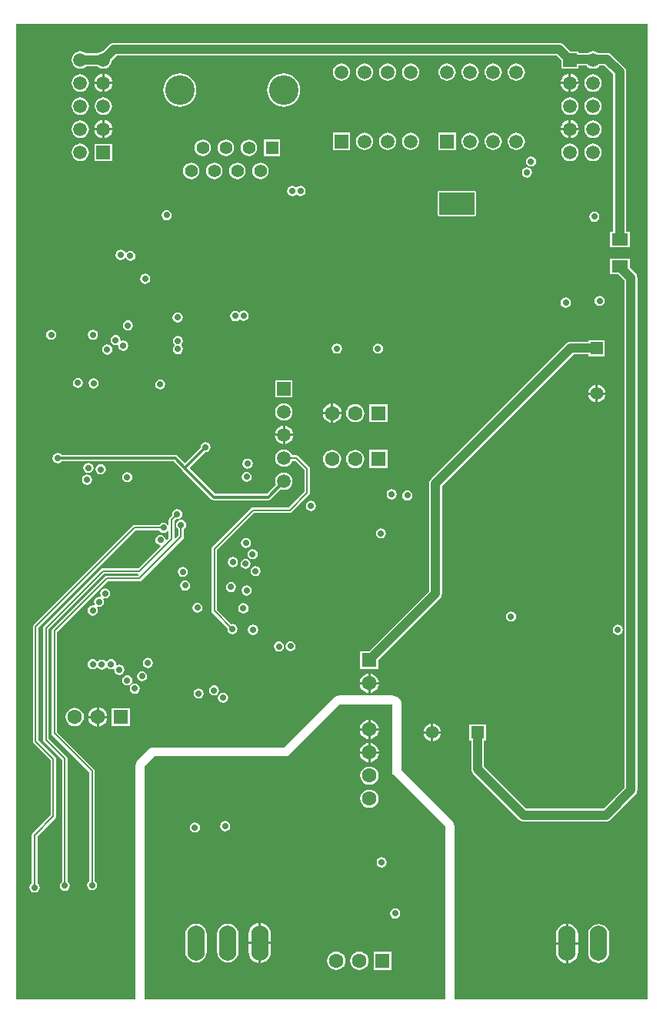
<source format=gbl>
G04*
G04 #@! TF.GenerationSoftware,Altium Limited,Altium Designer,20.0.13 (296)*
G04*
G04 Layer_Physical_Order=4*
G04 Layer_Color=16711680*
%FSLAX44Y44*%
%MOMM*%
G71*
G01*
G75*
%ADD10C,0.2000*%
%ADD18C,0.3000*%
%ADD33R,1.8000X1.3500*%
%ADD40R,1.6000X1.6000*%
%ADD107C,1.0000*%
%ADD110O,1.9304X3.8608*%
%ADD111R,1.5000X1.5000*%
%ADD112C,1.5000*%
%ADD113C,1.6000*%
%ADD114R,1.3980X1.3980*%
%ADD115C,3.2500*%
%ADD116C,1.3980*%
%ADD117C,1.4000*%
%ADD118R,1.4000X1.4000*%
%ADD119R,1.4000X1.4000*%
%ADD120C,0.8000*%
%ADD121C,0.7000*%
G36*
X698931Y3569D02*
X486336D01*
Y194250D01*
X485993Y196861D01*
X484985Y199293D01*
X483382Y201382D01*
X428336Y256428D01*
Y328000D01*
X427993Y330611D01*
X426985Y333043D01*
X425382Y335132D01*
X423293Y336735D01*
X420860Y337743D01*
X418250Y338086D01*
X359750D01*
X359750Y338086D01*
X357140Y337743D01*
X354707Y336735D01*
X352618Y335132D01*
X352618Y335132D01*
X298572Y281086D01*
X156000D01*
X153390Y280743D01*
X150957Y279735D01*
X148868Y278132D01*
X138368Y267632D01*
X136765Y265543D01*
X135757Y263111D01*
X135414Y260500D01*
Y3569D01*
X3569D01*
Y1076432D01*
X698931D01*
X698931Y3569D01*
D02*
G37*
G36*
X418250Y252250D02*
X476250Y194250D01*
Y3569D01*
X145500D01*
Y260500D01*
X156000Y271000D01*
X302750D01*
X359750Y328000D01*
X418250D01*
Y252250D01*
D02*
G37*
%LPC*%
G36*
X601750Y1055810D02*
X111750D01*
X109923Y1055570D01*
X108220Y1054865D01*
X106758Y1053742D01*
X99536Y1046521D01*
X97520Y1046255D01*
X95209Y1045298D01*
X93596Y1044060D01*
X81004D01*
X79391Y1045298D01*
X77080Y1046255D01*
X74600Y1046582D01*
X72120Y1046255D01*
X69809Y1045298D01*
X67825Y1043775D01*
X66302Y1041791D01*
X65345Y1039480D01*
X65018Y1037000D01*
X65345Y1034520D01*
X66302Y1032209D01*
X67825Y1030225D01*
X69809Y1028702D01*
X72120Y1027745D01*
X74600Y1027418D01*
X77080Y1027745D01*
X79391Y1028702D01*
X81004Y1029940D01*
X93596D01*
X95209Y1028702D01*
X97520Y1027745D01*
X100000Y1027418D01*
X102480Y1027745D01*
X104791Y1028702D01*
X106776Y1030225D01*
X108298Y1032209D01*
X109256Y1034520D01*
X109521Y1036536D01*
X114675Y1041690D01*
X598825D01*
X604000Y1036515D01*
Y1027500D01*
X623000D01*
Y1030440D01*
X631959D01*
X632124Y1030225D01*
X634109Y1028702D01*
X636420Y1027745D01*
X638900Y1027418D01*
X641380Y1027745D01*
X643691Y1028702D01*
X645675Y1030225D01*
X645840Y1030440D01*
X651576D01*
X661190Y1020826D01*
Y848250D01*
X657250D01*
Y830750D01*
X679250D01*
Y848250D01*
X675310D01*
Y1023750D01*
X675070Y1025578D01*
X674364Y1027280D01*
X673242Y1028743D01*
X659493Y1042493D01*
X658030Y1043615D01*
X656328Y1044320D01*
X654500Y1044560D01*
X644652D01*
X643691Y1045298D01*
X641380Y1046255D01*
X638900Y1046582D01*
X636420Y1046255D01*
X634109Y1045298D01*
X633147Y1044560D01*
X623000D01*
Y1046500D01*
X613985D01*
X606742Y1053742D01*
X605280Y1054865D01*
X603577Y1055570D01*
X601750Y1055810D01*
D02*
G37*
G36*
X554600Y1033182D02*
X552120Y1032856D01*
X549809Y1031898D01*
X547824Y1030376D01*
X546302Y1028391D01*
X545344Y1026080D01*
X545018Y1023600D01*
X545344Y1021120D01*
X546302Y1018809D01*
X547824Y1016825D01*
X549809Y1015302D01*
X552120Y1014345D01*
X554600Y1014018D01*
X557080Y1014345D01*
X559391Y1015302D01*
X561375Y1016825D01*
X562898Y1018809D01*
X563855Y1021120D01*
X564182Y1023600D01*
X563855Y1026080D01*
X562898Y1028391D01*
X561375Y1030376D01*
X559391Y1031898D01*
X557080Y1032856D01*
X554600Y1033182D01*
D02*
G37*
G36*
X529200D02*
X526720Y1032856D01*
X524409Y1031898D01*
X522424Y1030376D01*
X520902Y1028391D01*
X519944Y1026080D01*
X519618Y1023600D01*
X519944Y1021120D01*
X520902Y1018809D01*
X522424Y1016825D01*
X524409Y1015302D01*
X526720Y1014345D01*
X529200Y1014018D01*
X531680Y1014345D01*
X533991Y1015302D01*
X535975Y1016825D01*
X537498Y1018809D01*
X538455Y1021120D01*
X538782Y1023600D01*
X538455Y1026080D01*
X537498Y1028391D01*
X535975Y1030376D01*
X533991Y1031898D01*
X531680Y1032856D01*
X529200Y1033182D01*
D02*
G37*
G36*
X503800D02*
X501320Y1032856D01*
X499009Y1031898D01*
X497024Y1030376D01*
X495502Y1028391D01*
X494544Y1026080D01*
X494218Y1023600D01*
X494544Y1021120D01*
X495502Y1018809D01*
X497024Y1016825D01*
X499009Y1015302D01*
X501320Y1014345D01*
X503800Y1014018D01*
X506280Y1014345D01*
X508591Y1015302D01*
X510575Y1016825D01*
X512098Y1018809D01*
X513055Y1021120D01*
X513382Y1023600D01*
X513055Y1026080D01*
X512098Y1028391D01*
X510575Y1030376D01*
X508591Y1031898D01*
X506280Y1032856D01*
X503800Y1033182D01*
D02*
G37*
G36*
X478400D02*
X475920Y1032856D01*
X473609Y1031898D01*
X471624Y1030376D01*
X470102Y1028391D01*
X469144Y1026080D01*
X468818Y1023600D01*
X469144Y1021120D01*
X470102Y1018809D01*
X471624Y1016825D01*
X473609Y1015302D01*
X475920Y1014345D01*
X478400Y1014018D01*
X480880Y1014345D01*
X483191Y1015302D01*
X485175Y1016825D01*
X486698Y1018809D01*
X487655Y1021120D01*
X487982Y1023600D01*
X487655Y1026080D01*
X486698Y1028391D01*
X485175Y1030376D01*
X483191Y1031898D01*
X480880Y1032856D01*
X478400Y1033182D01*
D02*
G37*
G36*
X438400D02*
X435920Y1032856D01*
X433609Y1031898D01*
X431625Y1030376D01*
X430102Y1028391D01*
X429145Y1026080D01*
X428818Y1023600D01*
X429145Y1021120D01*
X430102Y1018809D01*
X431625Y1016825D01*
X433609Y1015302D01*
X435920Y1014345D01*
X438400Y1014018D01*
X440880Y1014345D01*
X443191Y1015302D01*
X445176Y1016825D01*
X446698Y1018809D01*
X447655Y1021120D01*
X447982Y1023600D01*
X447655Y1026080D01*
X446698Y1028391D01*
X445176Y1030376D01*
X443191Y1031898D01*
X440880Y1032856D01*
X438400Y1033182D01*
D02*
G37*
G36*
X413000D02*
X410520Y1032856D01*
X408209Y1031898D01*
X406225Y1030376D01*
X404702Y1028391D01*
X403745Y1026080D01*
X403418Y1023600D01*
X403745Y1021120D01*
X404702Y1018809D01*
X406225Y1016825D01*
X408209Y1015302D01*
X410520Y1014345D01*
X413000Y1014018D01*
X415480Y1014345D01*
X417791Y1015302D01*
X419776Y1016825D01*
X421298Y1018809D01*
X422256Y1021120D01*
X422582Y1023600D01*
X422256Y1026080D01*
X421298Y1028391D01*
X419776Y1030376D01*
X417791Y1031898D01*
X415480Y1032856D01*
X413000Y1033182D01*
D02*
G37*
G36*
X387600D02*
X385120Y1032856D01*
X382809Y1031898D01*
X380825Y1030376D01*
X379302Y1028391D01*
X378345Y1026080D01*
X378018Y1023600D01*
X378345Y1021120D01*
X379302Y1018809D01*
X380825Y1016825D01*
X382809Y1015302D01*
X385120Y1014345D01*
X387600Y1014018D01*
X390080Y1014345D01*
X392391Y1015302D01*
X394375Y1016825D01*
X395898Y1018809D01*
X396856Y1021120D01*
X397182Y1023600D01*
X396856Y1026080D01*
X395898Y1028391D01*
X394375Y1030376D01*
X392391Y1031898D01*
X390080Y1032856D01*
X387600Y1033182D01*
D02*
G37*
G36*
X362200D02*
X359720Y1032856D01*
X357409Y1031898D01*
X355425Y1030376D01*
X353902Y1028391D01*
X352945Y1026080D01*
X352618Y1023600D01*
X352945Y1021120D01*
X353902Y1018809D01*
X355425Y1016825D01*
X357409Y1015302D01*
X359720Y1014345D01*
X362200Y1014018D01*
X364680Y1014345D01*
X366991Y1015302D01*
X368975Y1016825D01*
X370498Y1018809D01*
X371455Y1021120D01*
X371782Y1023600D01*
X371455Y1026080D01*
X370498Y1028391D01*
X368975Y1030376D01*
X366991Y1031898D01*
X364680Y1032856D01*
X362200Y1033182D01*
D02*
G37*
G36*
X614770Y1021559D02*
Y1012870D01*
X623459D01*
X623282Y1014221D01*
X622270Y1016663D01*
X620661Y1018761D01*
X618563Y1020370D01*
X616121Y1021382D01*
X614770Y1021559D01*
D02*
G37*
G36*
X612230D02*
X610879Y1021382D01*
X608437Y1020370D01*
X606339Y1018761D01*
X604730Y1016663D01*
X603718Y1014221D01*
X603540Y1012870D01*
X612230D01*
Y1021559D01*
D02*
G37*
G36*
X101270D02*
Y1012870D01*
X109959D01*
X109782Y1014221D01*
X108770Y1016663D01*
X107161Y1018761D01*
X105063Y1020370D01*
X102621Y1021382D01*
X101270Y1021559D01*
D02*
G37*
G36*
X98730Y1021560D02*
X97379Y1021382D01*
X94937Y1020370D01*
X92839Y1018761D01*
X91230Y1016663D01*
X90218Y1014221D01*
X90041Y1012870D01*
X98730D01*
Y1021560D01*
D02*
G37*
G36*
X638900Y1021182D02*
X636420Y1020855D01*
X634109Y1019898D01*
X632124Y1018375D01*
X630602Y1016391D01*
X629645Y1014080D01*
X629318Y1011600D01*
X629645Y1009120D01*
X630602Y1006809D01*
X632124Y1004825D01*
X634109Y1003302D01*
X636420Y1002345D01*
X638900Y1002018D01*
X641380Y1002345D01*
X643691Y1003302D01*
X645675Y1004825D01*
X647198Y1006809D01*
X648155Y1009120D01*
X648482Y1011600D01*
X648155Y1014080D01*
X647198Y1016391D01*
X645675Y1018375D01*
X643691Y1019898D01*
X641380Y1020855D01*
X638900Y1021182D01*
D02*
G37*
G36*
X74600D02*
X72120Y1020855D01*
X69809Y1019898D01*
X67825Y1018375D01*
X66302Y1016391D01*
X65345Y1014080D01*
X65018Y1011600D01*
X65345Y1009120D01*
X66302Y1006809D01*
X67825Y1004825D01*
X69809Y1003302D01*
X72120Y1002345D01*
X74600Y1002018D01*
X77080Y1002345D01*
X79391Y1003302D01*
X81376Y1004825D01*
X82898Y1006809D01*
X83855Y1009120D01*
X84182Y1011600D01*
X83855Y1014080D01*
X82898Y1016391D01*
X81376Y1018375D01*
X79391Y1019898D01*
X77080Y1020855D01*
X74600Y1021182D01*
D02*
G37*
G36*
X109959Y1010330D02*
X101270D01*
Y1001641D01*
X102621Y1001818D01*
X105063Y1002830D01*
X107161Y1004439D01*
X108770Y1006537D01*
X109782Y1008979D01*
X109959Y1010330D01*
D02*
G37*
G36*
X623459Y1010330D02*
X614770D01*
Y1001641D01*
X616121Y1001818D01*
X618563Y1002830D01*
X620661Y1004439D01*
X622270Y1006537D01*
X623282Y1008979D01*
X623459Y1010330D01*
D02*
G37*
G36*
X612230D02*
X603540D01*
X603718Y1008979D01*
X604730Y1006537D01*
X606339Y1004439D01*
X608437Y1002830D01*
X610879Y1001818D01*
X612230Y1001641D01*
Y1010330D01*
D02*
G37*
G36*
X98730Y1010330D02*
X90041D01*
X90218Y1008979D01*
X91230Y1006537D01*
X92839Y1004439D01*
X94937Y1002830D01*
X97379Y1001818D01*
X98730Y1001641D01*
Y1010330D01*
D02*
G37*
G36*
X298400Y1022088D02*
X294822Y1021736D01*
X291382Y1020692D01*
X288212Y1018998D01*
X285433Y1016717D01*
X283152Y1013938D01*
X281458Y1010768D01*
X280414Y1007328D01*
X280062Y1003750D01*
X280414Y1000172D01*
X281458Y996732D01*
X283152Y993562D01*
X285433Y990783D01*
X288212Y988502D01*
X291382Y986808D01*
X294822Y985764D01*
X298400Y985412D01*
X301978Y985764D01*
X305418Y986808D01*
X308588Y988502D01*
X311367Y990783D01*
X313648Y993562D01*
X315342Y996732D01*
X316386Y1000172D01*
X316738Y1003750D01*
X316386Y1007328D01*
X315342Y1010768D01*
X313648Y1013938D01*
X311367Y1016717D01*
X308588Y1018998D01*
X305418Y1020692D01*
X301978Y1021736D01*
X298400Y1022088D01*
D02*
G37*
G36*
X184100D02*
X180522Y1021736D01*
X177082Y1020692D01*
X173912Y1018998D01*
X171133Y1016717D01*
X168852Y1013938D01*
X167158Y1010768D01*
X166114Y1007328D01*
X165762Y1003750D01*
X166114Y1000172D01*
X167158Y996732D01*
X168852Y993562D01*
X171133Y990783D01*
X173912Y988502D01*
X177082Y986808D01*
X180522Y985764D01*
X184100Y985412D01*
X187678Y985764D01*
X191118Y986808D01*
X194288Y988502D01*
X197067Y990783D01*
X199348Y993562D01*
X201042Y996732D01*
X202086Y1000172D01*
X202438Y1003750D01*
X202086Y1007328D01*
X201042Y1010768D01*
X199348Y1013938D01*
X197067Y1016717D01*
X194288Y1018998D01*
X191118Y1020692D01*
X187678Y1021736D01*
X184100Y1022088D01*
D02*
G37*
G36*
X638900Y995782D02*
X636420Y995455D01*
X634109Y994498D01*
X632124Y992975D01*
X630602Y990991D01*
X629645Y988680D01*
X629318Y986200D01*
X629645Y983720D01*
X630602Y981409D01*
X632124Y979425D01*
X634109Y977902D01*
X636420Y976945D01*
X638900Y976618D01*
X641380Y976945D01*
X643691Y977902D01*
X645675Y979425D01*
X647198Y981409D01*
X648155Y983720D01*
X648482Y986200D01*
X648155Y988680D01*
X647198Y990991D01*
X645675Y992975D01*
X643691Y994498D01*
X641380Y995455D01*
X638900Y995782D01*
D02*
G37*
G36*
X613500D02*
X611020Y995455D01*
X608709Y994498D01*
X606725Y992975D01*
X605202Y990991D01*
X604244Y988680D01*
X603918Y986200D01*
X604244Y983720D01*
X605202Y981409D01*
X606725Y979425D01*
X608709Y977902D01*
X611020Y976945D01*
X613500Y976618D01*
X615980Y976945D01*
X618291Y977902D01*
X620275Y979425D01*
X621798Y981409D01*
X622755Y983720D01*
X623082Y986200D01*
X622755Y988680D01*
X621798Y990991D01*
X620275Y992975D01*
X618291Y994498D01*
X615980Y995455D01*
X613500Y995782D01*
D02*
G37*
G36*
X100000D02*
X97520Y995455D01*
X95209Y994498D01*
X93225Y992975D01*
X91702Y990991D01*
X90744Y988680D01*
X90418Y986200D01*
X90744Y983720D01*
X91702Y981409D01*
X93225Y979425D01*
X95209Y977902D01*
X97520Y976945D01*
X100000Y976618D01*
X102480Y976945D01*
X104791Y977902D01*
X106776Y979425D01*
X108298Y981409D01*
X109256Y983720D01*
X109582Y986200D01*
X109256Y988680D01*
X108298Y990991D01*
X106776Y992975D01*
X104791Y994498D01*
X102480Y995455D01*
X100000Y995782D01*
D02*
G37*
G36*
X74600D02*
X72120Y995455D01*
X69809Y994498D01*
X67825Y992975D01*
X66302Y990991D01*
X65345Y988680D01*
X65018Y986200D01*
X65345Y983720D01*
X66302Y981409D01*
X67825Y979425D01*
X69809Y977902D01*
X72120Y976945D01*
X74600Y976618D01*
X77080Y976945D01*
X79391Y977902D01*
X81376Y979425D01*
X82898Y981409D01*
X83855Y983720D01*
X84182Y986200D01*
X83855Y988680D01*
X82898Y990991D01*
X81376Y992975D01*
X79391Y994498D01*
X77080Y995455D01*
X74600Y995782D01*
D02*
G37*
G36*
X614770Y970759D02*
Y962070D01*
X623459D01*
X623282Y963421D01*
X622270Y965863D01*
X620661Y967961D01*
X618563Y969570D01*
X616121Y970582D01*
X614770Y970759D01*
D02*
G37*
G36*
X612230D02*
X610879Y970582D01*
X608437Y969570D01*
X606339Y967961D01*
X604730Y965863D01*
X603718Y963421D01*
X603540Y962070D01*
X612230D01*
Y970759D01*
D02*
G37*
G36*
X101270D02*
Y962070D01*
X109959D01*
X109782Y963421D01*
X108770Y965863D01*
X107161Y967961D01*
X105063Y969570D01*
X102621Y970582D01*
X101270Y970759D01*
D02*
G37*
G36*
X98730Y970760D02*
X97379Y970582D01*
X94937Y969570D01*
X92839Y967961D01*
X91230Y965863D01*
X90218Y963421D01*
X90041Y962070D01*
X98730D01*
Y970760D01*
D02*
G37*
G36*
X638900Y970382D02*
X636420Y970055D01*
X634109Y969098D01*
X632124Y967576D01*
X630602Y965591D01*
X629645Y963280D01*
X629318Y960800D01*
X629645Y958320D01*
X630602Y956009D01*
X632124Y954025D01*
X634109Y952502D01*
X636420Y951545D01*
X638900Y951218D01*
X641380Y951545D01*
X643691Y952502D01*
X645675Y954025D01*
X647198Y956009D01*
X648155Y958320D01*
X648482Y960800D01*
X648155Y963280D01*
X647198Y965591D01*
X645675Y967576D01*
X643691Y969098D01*
X641380Y970055D01*
X638900Y970382D01*
D02*
G37*
G36*
X74600D02*
X72120Y970055D01*
X69809Y969098D01*
X67825Y967576D01*
X66302Y965591D01*
X65345Y963280D01*
X65018Y960800D01*
X65345Y958320D01*
X66302Y956009D01*
X67825Y954025D01*
X69809Y952502D01*
X72120Y951545D01*
X74600Y951218D01*
X77080Y951545D01*
X79391Y952502D01*
X81376Y954025D01*
X82898Y956009D01*
X83855Y958320D01*
X84182Y960800D01*
X83855Y963280D01*
X82898Y965591D01*
X81376Y967576D01*
X79391Y969098D01*
X77080Y970055D01*
X74600Y970382D01*
D02*
G37*
G36*
X109959Y959530D02*
X101270D01*
Y950841D01*
X102621Y951018D01*
X105063Y952030D01*
X107161Y953639D01*
X108770Y955737D01*
X109782Y958179D01*
X109959Y959530D01*
D02*
G37*
G36*
X623459Y959530D02*
X614770D01*
Y950841D01*
X616121Y951018D01*
X618563Y952030D01*
X620661Y953639D01*
X622270Y955737D01*
X623282Y958179D01*
X623459Y959530D01*
D02*
G37*
G36*
X612230D02*
X603540D01*
X603718Y958179D01*
X604730Y955737D01*
X606339Y953639D01*
X608437Y952030D01*
X610879Y951018D01*
X612230Y950841D01*
Y959530D01*
D02*
G37*
G36*
X98730Y959530D02*
X90041D01*
X90218Y958179D01*
X91230Y955737D01*
X92839Y953639D01*
X94937Y952030D01*
X97379Y951018D01*
X98730Y950841D01*
Y959530D01*
D02*
G37*
G36*
X487900Y956900D02*
X468900D01*
Y937900D01*
X487900D01*
Y956900D01*
D02*
G37*
G36*
X371700D02*
X352700D01*
Y937900D01*
X371700D01*
Y956900D01*
D02*
G37*
G36*
X554600Y956982D02*
X552120Y956656D01*
X549809Y955698D01*
X547824Y954176D01*
X546302Y952191D01*
X545344Y949880D01*
X545018Y947400D01*
X545344Y944920D01*
X546302Y942609D01*
X547824Y940625D01*
X549809Y939102D01*
X552120Y938145D01*
X554600Y937818D01*
X557080Y938145D01*
X559391Y939102D01*
X561375Y940625D01*
X562898Y942609D01*
X563855Y944920D01*
X564182Y947400D01*
X563855Y949880D01*
X562898Y952191D01*
X561375Y954176D01*
X559391Y955698D01*
X557080Y956656D01*
X554600Y956982D01*
D02*
G37*
G36*
X529200D02*
X526720Y956656D01*
X524409Y955698D01*
X522424Y954176D01*
X520902Y952191D01*
X519944Y949880D01*
X519618Y947400D01*
X519944Y944920D01*
X520902Y942609D01*
X522424Y940625D01*
X524409Y939102D01*
X526720Y938145D01*
X529200Y937818D01*
X531680Y938145D01*
X533991Y939102D01*
X535975Y940625D01*
X537498Y942609D01*
X538455Y944920D01*
X538782Y947400D01*
X538455Y949880D01*
X537498Y952191D01*
X535975Y954176D01*
X533991Y955698D01*
X531680Y956656D01*
X529200Y956982D01*
D02*
G37*
G36*
X503800D02*
X501320Y956656D01*
X499009Y955698D01*
X497024Y954176D01*
X495502Y952191D01*
X494544Y949880D01*
X494218Y947400D01*
X494544Y944920D01*
X495502Y942609D01*
X497024Y940625D01*
X499009Y939102D01*
X501320Y938145D01*
X503800Y937818D01*
X506280Y938145D01*
X508591Y939102D01*
X510575Y940625D01*
X512098Y942609D01*
X513055Y944920D01*
X513382Y947400D01*
X513055Y949880D01*
X512098Y952191D01*
X510575Y954176D01*
X508591Y955698D01*
X506280Y956656D01*
X503800Y956982D01*
D02*
G37*
G36*
X438400D02*
X435920Y956656D01*
X433609Y955698D01*
X431625Y954176D01*
X430102Y952191D01*
X429145Y949880D01*
X428818Y947400D01*
X429145Y944920D01*
X430102Y942609D01*
X431625Y940625D01*
X433609Y939102D01*
X435920Y938145D01*
X438400Y937818D01*
X440880Y938145D01*
X443191Y939102D01*
X445176Y940625D01*
X446698Y942609D01*
X447655Y944920D01*
X447982Y947400D01*
X447655Y949880D01*
X446698Y952191D01*
X445176Y954176D01*
X443191Y955698D01*
X440880Y956656D01*
X438400Y956982D01*
D02*
G37*
G36*
X413000D02*
X410520Y956656D01*
X408209Y955698D01*
X406225Y954176D01*
X404702Y952191D01*
X403745Y949880D01*
X403418Y947400D01*
X403745Y944920D01*
X404702Y942609D01*
X406225Y940625D01*
X408209Y939102D01*
X410520Y938145D01*
X413000Y937818D01*
X415480Y938145D01*
X417791Y939102D01*
X419776Y940625D01*
X421298Y942609D01*
X422256Y944920D01*
X422582Y947400D01*
X422256Y949880D01*
X421298Y952191D01*
X419776Y954176D01*
X417791Y955698D01*
X415480Y956656D01*
X413000Y956982D01*
D02*
G37*
G36*
X387600D02*
X385120Y956656D01*
X382809Y955698D01*
X380825Y954176D01*
X379302Y952191D01*
X378345Y949880D01*
X378018Y947400D01*
X378345Y944920D01*
X379302Y942609D01*
X380825Y940625D01*
X382809Y939102D01*
X385120Y938145D01*
X387600Y937818D01*
X390080Y938145D01*
X392391Y939102D01*
X394375Y940625D01*
X395898Y942609D01*
X396856Y944920D01*
X397182Y947400D01*
X396856Y949880D01*
X395898Y952191D01*
X394375Y954176D01*
X392391Y955698D01*
X390080Y956656D01*
X387600Y956982D01*
D02*
G37*
G36*
X294690Y949240D02*
X276710D01*
Y931260D01*
X294690D01*
Y949240D01*
D02*
G37*
G36*
X260300Y949318D02*
X257953Y949009D01*
X255766Y948103D01*
X253888Y946662D01*
X252447Y944784D01*
X251541Y942597D01*
X251232Y940250D01*
X251541Y937903D01*
X252447Y935716D01*
X253888Y933838D01*
X255766Y932397D01*
X257953Y931491D01*
X260300Y931182D01*
X262647Y931491D01*
X264834Y932397D01*
X266712Y933838D01*
X268153Y935716D01*
X269059Y937903D01*
X269368Y940250D01*
X269059Y942597D01*
X268153Y944784D01*
X266712Y946662D01*
X264834Y948103D01*
X262647Y949009D01*
X260300Y949318D01*
D02*
G37*
G36*
X234900D02*
X232553Y949009D01*
X230366Y948103D01*
X228488Y946662D01*
X227047Y944784D01*
X226141Y942597D01*
X225832Y940250D01*
X226141Y937903D01*
X227047Y935716D01*
X228488Y933838D01*
X230366Y932397D01*
X232553Y931491D01*
X234900Y931182D01*
X237247Y931491D01*
X239434Y932397D01*
X241312Y933838D01*
X242753Y935716D01*
X243659Y937903D01*
X243968Y940250D01*
X243659Y942597D01*
X242753Y944784D01*
X241312Y946662D01*
X239434Y948103D01*
X237247Y949009D01*
X234900Y949318D01*
D02*
G37*
G36*
X209500D02*
X207153Y949009D01*
X204966Y948103D01*
X203088Y946662D01*
X201647Y944784D01*
X200741Y942597D01*
X200432Y940250D01*
X200741Y937903D01*
X201647Y935716D01*
X203088Y933838D01*
X204966Y932397D01*
X207153Y931491D01*
X209500Y931182D01*
X211847Y931491D01*
X214034Y932397D01*
X215912Y933838D01*
X217353Y935716D01*
X218259Y937903D01*
X218568Y940250D01*
X218259Y942597D01*
X217353Y944784D01*
X215912Y946662D01*
X214034Y948103D01*
X211847Y949009D01*
X209500Y949318D01*
D02*
G37*
G36*
X109500Y944900D02*
X90500D01*
Y925900D01*
X109500D01*
Y944900D01*
D02*
G37*
G36*
X638900Y944982D02*
X636420Y944656D01*
X634109Y943698D01*
X632124Y942176D01*
X630602Y940191D01*
X629645Y937880D01*
X629318Y935400D01*
X629645Y932920D01*
X630602Y930609D01*
X632124Y928625D01*
X634109Y927102D01*
X636420Y926145D01*
X638900Y925818D01*
X641380Y926145D01*
X643691Y927102D01*
X645675Y928625D01*
X647198Y930609D01*
X648155Y932920D01*
X648482Y935400D01*
X648155Y937880D01*
X647198Y940191D01*
X645675Y942176D01*
X643691Y943698D01*
X641380Y944656D01*
X638900Y944982D01*
D02*
G37*
G36*
X613500D02*
X611020Y944656D01*
X608709Y943698D01*
X606725Y942176D01*
X605202Y940191D01*
X604244Y937880D01*
X603918Y935400D01*
X604244Y932920D01*
X605202Y930609D01*
X606725Y928625D01*
X608709Y927102D01*
X611020Y926145D01*
X613500Y925818D01*
X615980Y926145D01*
X618291Y927102D01*
X620275Y928625D01*
X621798Y930609D01*
X622755Y932920D01*
X623082Y935400D01*
X622755Y937880D01*
X621798Y940191D01*
X620275Y942176D01*
X618291Y943698D01*
X615980Y944656D01*
X613500Y944982D01*
D02*
G37*
G36*
X74600D02*
X72120Y944656D01*
X69809Y943698D01*
X67825Y942176D01*
X66302Y940191D01*
X65345Y937880D01*
X65018Y935400D01*
X65345Y932920D01*
X66302Y930609D01*
X67825Y928625D01*
X69809Y927102D01*
X72120Y926145D01*
X74600Y925818D01*
X77080Y926145D01*
X79391Y927102D01*
X81376Y928625D01*
X82898Y930609D01*
X83855Y932920D01*
X84182Y935400D01*
X83855Y937880D01*
X82898Y940191D01*
X81376Y942176D01*
X79391Y943698D01*
X77080Y944656D01*
X74600Y944982D01*
D02*
G37*
G36*
X570750Y930858D02*
X568604Y930431D01*
X566785Y929215D01*
X565569Y927396D01*
X565142Y925250D01*
X565569Y923104D01*
X566785Y921285D01*
X568604Y920069D01*
X570750Y919642D01*
X572896Y920069D01*
X574715Y921285D01*
X575931Y923104D01*
X576358Y925250D01*
X575931Y927396D01*
X574715Y929215D01*
X572896Y930431D01*
X570750Y930858D01*
D02*
G37*
G36*
X566250Y918858D02*
X564104Y918431D01*
X562285Y917215D01*
X561069Y915396D01*
X560642Y913250D01*
X561069Y911104D01*
X562285Y909285D01*
X564104Y908069D01*
X566250Y907642D01*
X568396Y908069D01*
X570215Y909285D01*
X571431Y911104D01*
X571858Y913250D01*
X571431Y915396D01*
X570215Y917215D01*
X568396Y918431D01*
X566250Y918858D01*
D02*
G37*
G36*
X273000Y923918D02*
X270653Y923609D01*
X268466Y922703D01*
X266588Y921262D01*
X265147Y919384D01*
X264241Y917197D01*
X263932Y914850D01*
X264241Y912503D01*
X265147Y910316D01*
X266588Y908438D01*
X268466Y906997D01*
X270653Y906091D01*
X273000Y905782D01*
X275347Y906091D01*
X277534Y906997D01*
X279412Y908438D01*
X280853Y910316D01*
X281759Y912503D01*
X282068Y914850D01*
X281759Y917197D01*
X280853Y919384D01*
X279412Y921262D01*
X277534Y922703D01*
X275347Y923609D01*
X273000Y923918D01*
D02*
G37*
G36*
X247600D02*
X245253Y923609D01*
X243066Y922703D01*
X241188Y921262D01*
X239747Y919384D01*
X238841Y917197D01*
X238532Y914850D01*
X238841Y912503D01*
X239747Y910316D01*
X241188Y908438D01*
X243066Y906997D01*
X245253Y906091D01*
X247600Y905782D01*
X249947Y906091D01*
X252134Y906997D01*
X254012Y908438D01*
X255453Y910316D01*
X256359Y912503D01*
X256668Y914850D01*
X256359Y917197D01*
X255453Y919384D01*
X254012Y921262D01*
X252134Y922703D01*
X249947Y923609D01*
X247600Y923918D01*
D02*
G37*
G36*
X222200D02*
X219853Y923609D01*
X217666Y922703D01*
X215788Y921262D01*
X214347Y919384D01*
X213441Y917197D01*
X213132Y914850D01*
X213441Y912503D01*
X214347Y910316D01*
X215788Y908438D01*
X217666Y906997D01*
X219853Y906091D01*
X222200Y905782D01*
X224547Y906091D01*
X226734Y906997D01*
X228612Y908438D01*
X230053Y910316D01*
X230959Y912503D01*
X231268Y914850D01*
X230959Y917197D01*
X230053Y919384D01*
X228612Y921262D01*
X226734Y922703D01*
X224547Y923609D01*
X222200Y923918D01*
D02*
G37*
G36*
X196800D02*
X194453Y923609D01*
X192266Y922703D01*
X190388Y921262D01*
X188947Y919384D01*
X188041Y917197D01*
X187732Y914850D01*
X188041Y912503D01*
X188947Y910316D01*
X190388Y908438D01*
X192266Y906997D01*
X194453Y906091D01*
X196800Y905782D01*
X199147Y906091D01*
X201334Y906997D01*
X203212Y908438D01*
X204653Y910316D01*
X205559Y912503D01*
X205868Y914850D01*
X205559Y917197D01*
X204653Y919384D01*
X203212Y921262D01*
X201334Y922703D01*
X199147Y923609D01*
X196800Y923918D01*
D02*
G37*
G36*
X317000Y898358D02*
X314854Y897931D01*
X313351Y896927D01*
X312500Y896797D01*
X311649Y896927D01*
X310146Y897931D01*
X308000Y898358D01*
X305854Y897931D01*
X304035Y896715D01*
X302819Y894896D01*
X302392Y892750D01*
X302819Y890604D01*
X304035Y888785D01*
X305854Y887569D01*
X308000Y887142D01*
X310146Y887569D01*
X311649Y888573D01*
X312500Y888703D01*
X313351Y888573D01*
X314854Y887569D01*
X317000Y887142D01*
X319146Y887569D01*
X320965Y888785D01*
X322181Y890604D01*
X322608Y892750D01*
X322181Y894896D01*
X320965Y896715D01*
X319146Y897931D01*
X317000Y898358D01*
D02*
G37*
G36*
X508250Y893039D02*
X470000D01*
X469220Y892884D01*
X468558Y892442D01*
X468116Y891780D01*
X467961Y891000D01*
Y867000D01*
X468116Y866220D01*
X468558Y865558D01*
X469220Y865116D01*
X470000Y864961D01*
X508250D01*
X509030Y865116D01*
X509692Y865558D01*
X510134Y866220D01*
X510289Y867000D01*
Y891000D01*
X510134Y891780D01*
X509692Y892442D01*
X509030Y892884D01*
X508250Y893039D01*
D02*
G37*
G36*
X169750Y871858D02*
X167604Y871431D01*
X165785Y870215D01*
X164569Y868396D01*
X164142Y866250D01*
X164569Y864104D01*
X165785Y862285D01*
X167604Y861069D01*
X169750Y860642D01*
X171896Y861069D01*
X173715Y862285D01*
X174931Y864104D01*
X175358Y866250D01*
X174931Y868396D01*
X173715Y870215D01*
X171896Y871431D01*
X169750Y871858D01*
D02*
G37*
G36*
X640500Y870108D02*
X638354Y869681D01*
X636535Y868465D01*
X635319Y866646D01*
X634892Y864500D01*
X635319Y862354D01*
X636535Y860535D01*
X638354Y859319D01*
X640500Y858892D01*
X642646Y859319D01*
X644465Y860535D01*
X645681Y862354D01*
X646108Y864500D01*
X645681Y866646D01*
X644465Y868465D01*
X642646Y869681D01*
X640500Y870108D01*
D02*
G37*
G36*
X119000Y828108D02*
X116854Y827681D01*
X115035Y826465D01*
X113819Y824646D01*
X113392Y822500D01*
X113819Y820354D01*
X115035Y818535D01*
X116854Y817319D01*
X119000Y816892D01*
X121146Y817319D01*
X122965Y818535D01*
X123278Y819002D01*
X123367Y819033D01*
X124747Y818915D01*
X125643Y817575D01*
X127462Y816359D01*
X129608Y815932D01*
X131754Y816359D01*
X133573Y817575D01*
X134789Y819394D01*
X135216Y821540D01*
X134789Y823686D01*
X133573Y825505D01*
X131754Y826721D01*
X129608Y827148D01*
X127462Y826721D01*
X125643Y825505D01*
X125330Y825038D01*
X125241Y825007D01*
X123861Y825125D01*
X122965Y826465D01*
X121146Y827681D01*
X119000Y828108D01*
D02*
G37*
G36*
X146000Y801858D02*
X143854Y801431D01*
X142035Y800215D01*
X140819Y798396D01*
X140392Y796250D01*
X140819Y794104D01*
X142035Y792285D01*
X143854Y791069D01*
X146000Y790642D01*
X148146Y791069D01*
X149965Y792285D01*
X151181Y794104D01*
X151608Y796250D01*
X151181Y798396D01*
X149965Y800215D01*
X148146Y801431D01*
X146000Y801858D01*
D02*
G37*
G36*
X646250Y777608D02*
X644104Y777181D01*
X642285Y775965D01*
X641069Y774146D01*
X640642Y772000D01*
X641069Y769854D01*
X642285Y768035D01*
X644104Y766819D01*
X646250Y766392D01*
X648396Y766819D01*
X650215Y768035D01*
X651431Y769854D01*
X651858Y772000D01*
X651431Y774146D01*
X650215Y775965D01*
X648396Y777181D01*
X646250Y777608D01*
D02*
G37*
G36*
X609000Y775608D02*
X606854Y775181D01*
X605035Y773965D01*
X603819Y772146D01*
X603392Y770000D01*
X603819Y767854D01*
X605035Y766035D01*
X606854Y764819D01*
X609000Y764392D01*
X611146Y764819D01*
X612965Y766035D01*
X614181Y767854D01*
X614608Y770000D01*
X614181Y772146D01*
X612965Y773965D01*
X611146Y775181D01*
X609000Y775608D01*
D02*
G37*
G36*
X254237Y761287D02*
X252091Y760860D01*
X250398Y759729D01*
X249212Y759218D01*
X247393Y760434D01*
X245247Y760861D01*
X243101Y760434D01*
X241282Y759218D01*
X240066Y757399D01*
X239639Y755253D01*
X240066Y753107D01*
X241282Y751288D01*
X243101Y750072D01*
X245247Y749645D01*
X247393Y750072D01*
X249086Y751203D01*
X250272Y751714D01*
X252091Y750499D01*
X254237Y750072D01*
X256383Y750499D01*
X258202Y751714D01*
X259418Y753533D01*
X259845Y755679D01*
X259418Y757825D01*
X258202Y759645D01*
X256383Y760860D01*
X254237Y761287D01*
D02*
G37*
G36*
X181750Y759358D02*
X179604Y758931D01*
X177785Y757715D01*
X176569Y755896D01*
X176142Y753750D01*
X176569Y751604D01*
X177785Y749785D01*
X179604Y748569D01*
X181750Y748142D01*
X183896Y748569D01*
X185715Y749785D01*
X186931Y751604D01*
X187358Y753750D01*
X186931Y755896D01*
X185715Y757715D01*
X183896Y758931D01*
X181750Y759358D01*
D02*
G37*
G36*
X127000Y750608D02*
X124854Y750181D01*
X123035Y748965D01*
X121819Y747146D01*
X121392Y745000D01*
X121819Y742854D01*
X123035Y741035D01*
X124854Y739819D01*
X127000Y739392D01*
X129146Y739819D01*
X130965Y741035D01*
X132181Y742854D01*
X132608Y745000D01*
X132181Y747146D01*
X130965Y748965D01*
X129146Y750181D01*
X127000Y750608D01*
D02*
G37*
G36*
X42500Y740358D02*
X40354Y739931D01*
X38535Y738715D01*
X37319Y736896D01*
X36892Y734750D01*
X37319Y732604D01*
X38535Y730785D01*
X40354Y729569D01*
X42500Y729142D01*
X44646Y729569D01*
X46465Y730785D01*
X47681Y732604D01*
X48108Y734750D01*
X47681Y736896D01*
X46465Y738715D01*
X44646Y739931D01*
X42500Y740358D01*
D02*
G37*
G36*
X88500Y740233D02*
X86354Y739806D01*
X84535Y738590D01*
X83319Y736771D01*
X82892Y734625D01*
X83319Y732479D01*
X84535Y730660D01*
X86354Y729444D01*
X88500Y729017D01*
X90646Y729444D01*
X92465Y730660D01*
X93681Y732479D01*
X94108Y734625D01*
X93681Y736771D01*
X92465Y738590D01*
X90646Y739806D01*
X88500Y740233D01*
D02*
G37*
G36*
X113500Y734608D02*
X111354Y734181D01*
X109535Y732965D01*
X108319Y731146D01*
X107892Y729000D01*
X108319Y726854D01*
X109535Y725035D01*
X111354Y723819D01*
X113500Y723392D01*
X115190Y723728D01*
X116311Y722852D01*
X116267Y722630D01*
X116694Y720484D01*
X117909Y718664D01*
X119728Y717449D01*
X121875Y717022D01*
X124021Y717449D01*
X125840Y718664D01*
X127055Y720484D01*
X127482Y722630D01*
X127055Y724776D01*
X125840Y726595D01*
X124021Y727811D01*
X121875Y728237D01*
X120184Y727901D01*
X119063Y728777D01*
X119108Y729000D01*
X118681Y731146D01*
X117465Y732965D01*
X115646Y734181D01*
X113500Y734608D01*
D02*
G37*
G36*
X402250Y725108D02*
X400104Y724681D01*
X398285Y723465D01*
X397069Y721646D01*
X396642Y719500D01*
X397069Y717354D01*
X398285Y715535D01*
X400104Y714319D01*
X402250Y713892D01*
X404396Y714319D01*
X406215Y715535D01*
X407431Y717354D01*
X407858Y719500D01*
X407431Y721646D01*
X406215Y723465D01*
X404396Y724681D01*
X402250Y725108D01*
D02*
G37*
G36*
X357000D02*
X354854Y724681D01*
X353035Y723465D01*
X351819Y721646D01*
X351392Y719500D01*
X351819Y717354D01*
X353035Y715535D01*
X354854Y714319D01*
X357000Y713892D01*
X359146Y714319D01*
X360965Y715535D01*
X362181Y717354D01*
X362608Y719500D01*
X362181Y721646D01*
X360965Y723465D01*
X359146Y724681D01*
X357000Y725108D01*
D02*
G37*
G36*
X182000Y733483D02*
X179854Y733056D01*
X178035Y731840D01*
X176819Y730021D01*
X176392Y727875D01*
X176819Y725729D01*
X178035Y723910D01*
Y722840D01*
X176819Y721021D01*
X176392Y718875D01*
X176819Y716729D01*
X178035Y714910D01*
X179854Y713694D01*
X182000Y713267D01*
X184146Y713694D01*
X185965Y714910D01*
X187181Y716729D01*
X187608Y718875D01*
X187181Y721021D01*
X185965Y722840D01*
Y723910D01*
X187181Y725729D01*
X187608Y727875D01*
X187181Y730021D01*
X185965Y731840D01*
X184146Y733056D01*
X182000Y733483D01*
D02*
G37*
G36*
X104250Y724108D02*
X102104Y723681D01*
X100285Y722465D01*
X99069Y720646D01*
X98642Y718500D01*
X99069Y716354D01*
X100285Y714535D01*
X102104Y713319D01*
X104250Y712892D01*
X106396Y713319D01*
X108215Y714535D01*
X109431Y716354D01*
X109858Y718500D01*
X109431Y720646D01*
X108215Y722465D01*
X106396Y723681D01*
X104250Y724108D01*
D02*
G37*
G36*
X652000Y729000D02*
X634000D01*
Y727061D01*
X614500D01*
X612673Y726820D01*
X610970Y726115D01*
X609508Y724993D01*
X460757Y576242D01*
X459636Y574780D01*
X458930Y573077D01*
X458690Y571250D01*
Y452775D01*
X392765Y386850D01*
X382750D01*
Y366850D01*
X402750D01*
Y376865D01*
X470742Y444858D01*
X471865Y446320D01*
X472570Y448023D01*
X472810Y449850D01*
Y568326D01*
X617425Y712940D01*
X634000D01*
Y711000D01*
X652000D01*
Y729000D01*
D02*
G37*
G36*
X72000Y687358D02*
X69854Y686931D01*
X68035Y685715D01*
X66819Y683896D01*
X66392Y681750D01*
X66819Y679604D01*
X68035Y677785D01*
X69854Y676569D01*
X72000Y676142D01*
X74146Y676569D01*
X75965Y677785D01*
X77181Y679604D01*
X77608Y681750D01*
X77181Y683896D01*
X75965Y685715D01*
X74146Y686931D01*
X72000Y687358D01*
D02*
G37*
G36*
X89250Y686858D02*
X87104Y686431D01*
X85285Y685215D01*
X84069Y683396D01*
X83642Y681250D01*
X84069Y679104D01*
X85285Y677285D01*
X87104Y676069D01*
X89250Y675642D01*
X91396Y676069D01*
X93215Y677285D01*
X94431Y679104D01*
X94858Y681250D01*
X94431Y683396D01*
X93215Y685215D01*
X91396Y686431D01*
X89250Y686858D01*
D02*
G37*
G36*
X162500Y685608D02*
X160354Y685181D01*
X158535Y683965D01*
X157319Y682146D01*
X156892Y680000D01*
X157319Y677854D01*
X158535Y676035D01*
X160354Y674819D01*
X162500Y674392D01*
X164646Y674819D01*
X166465Y676035D01*
X167681Y677854D01*
X168108Y680000D01*
X167681Y682146D01*
X166465Y683965D01*
X164646Y685181D01*
X162500Y685608D01*
D02*
G37*
G36*
X644270Y679455D02*
Y671270D01*
X652455D01*
X652294Y672490D01*
X651333Y674811D01*
X649804Y676804D01*
X647811Y678333D01*
X645490Y679294D01*
X644270Y679455D01*
D02*
G37*
G36*
X641730Y679455D02*
X640510Y679294D01*
X638189Y678333D01*
X636196Y676804D01*
X634667Y674811D01*
X633706Y672490D01*
X633545Y671270D01*
X641730D01*
Y679455D01*
D02*
G37*
G36*
X308250Y684800D02*
X289250D01*
Y665800D01*
X308250D01*
Y684800D01*
D02*
G37*
G36*
X641730Y668730D02*
X633545D01*
X633706Y667509D01*
X634667Y665189D01*
X636196Y663196D01*
X638189Y661667D01*
X640510Y660705D01*
X641730Y660545D01*
Y668730D01*
D02*
G37*
G36*
X652455D02*
X644270D01*
Y660545D01*
X645490Y660705D01*
X647811Y661667D01*
X649804Y663196D01*
X651333Y665189D01*
X652294Y667509D01*
X652455Y668730D01*
D02*
G37*
G36*
X353120Y658964D02*
Y649770D01*
X362314D01*
X362119Y651252D01*
X361057Y653815D01*
X359367Y656017D01*
X357165Y657707D01*
X354602Y658769D01*
X353120Y658964D01*
D02*
G37*
G36*
X350580D02*
X349099Y658769D01*
X346535Y657707D01*
X344333Y656017D01*
X342643Y653815D01*
X341581Y651252D01*
X341386Y649770D01*
X350580D01*
Y658964D01*
D02*
G37*
G36*
X298750Y659482D02*
X296270Y659156D01*
X293959Y658198D01*
X291975Y656675D01*
X290452Y654691D01*
X289494Y652380D01*
X289168Y649900D01*
X289494Y647420D01*
X290452Y645109D01*
X291975Y643124D01*
X293959Y641602D01*
X296270Y640645D01*
X298750Y640318D01*
X301230Y640645D01*
X303541Y641602D01*
X305525Y643124D01*
X307048Y645109D01*
X308006Y647420D01*
X308332Y649900D01*
X308006Y652380D01*
X307048Y654691D01*
X305525Y656675D01*
X303541Y658198D01*
X301230Y659156D01*
X298750Y659482D01*
D02*
G37*
G36*
X412650Y658500D02*
X392650D01*
Y638500D01*
X412650D01*
Y658500D01*
D02*
G37*
G36*
X377250Y658586D02*
X374640Y658242D01*
X372207Y657235D01*
X370118Y655632D01*
X368515Y653543D01*
X367507Y651111D01*
X367164Y648500D01*
X367507Y645890D01*
X368515Y643457D01*
X370118Y641368D01*
X372207Y639765D01*
X374640Y638757D01*
X377250Y638414D01*
X379860Y638757D01*
X382293Y639765D01*
X384382Y641368D01*
X385985Y643457D01*
X386993Y645890D01*
X387336Y648500D01*
X386993Y651111D01*
X385985Y653543D01*
X384382Y655632D01*
X382293Y657235D01*
X379860Y658242D01*
X377250Y658586D01*
D02*
G37*
G36*
X362314Y647230D02*
X353120D01*
Y638036D01*
X354602Y638231D01*
X357165Y639293D01*
X359367Y640983D01*
X361057Y643185D01*
X362119Y645749D01*
X362314Y647230D01*
D02*
G37*
G36*
X350580D02*
X341386D01*
X341581Y645749D01*
X342643Y643185D01*
X344333Y640983D01*
X346535Y639293D01*
X349099Y638231D01*
X350580Y638036D01*
Y647230D01*
D02*
G37*
G36*
X300020Y634459D02*
Y625770D01*
X308709D01*
X308532Y627121D01*
X307520Y629563D01*
X305911Y631661D01*
X303813Y633270D01*
X301371Y634282D01*
X300020Y634459D01*
D02*
G37*
G36*
X297480D02*
X296129Y634282D01*
X293687Y633270D01*
X291589Y631661D01*
X289980Y629563D01*
X288968Y627121D01*
X288791Y625770D01*
X297480D01*
Y634459D01*
D02*
G37*
G36*
Y623230D02*
X288791D01*
X288968Y621879D01*
X289980Y619437D01*
X291589Y617339D01*
X293687Y615730D01*
X296129Y614718D01*
X297480Y614541D01*
Y623230D01*
D02*
G37*
G36*
X308709D02*
X300020D01*
Y614541D01*
X301371Y614718D01*
X303813Y615730D01*
X305911Y617339D01*
X307520Y619437D01*
X308532Y621879D01*
X308709Y623230D01*
D02*
G37*
G36*
X212500Y616736D02*
X210354Y616310D01*
X208535Y615094D01*
X207319Y613275D01*
X206892Y611129D01*
X206985Y610661D01*
X189686Y593361D01*
X181552Y601495D01*
X180394Y602268D01*
X179029Y602540D01*
X53952D01*
X53686Y602937D01*
X51867Y604152D01*
X49721Y604579D01*
X47575Y604152D01*
X45756Y602937D01*
X44540Y601117D01*
X44113Y598971D01*
X44540Y596825D01*
X45756Y595006D01*
X47575Y593790D01*
X49721Y593363D01*
X51867Y593790D01*
X53686Y595006D01*
X53952Y595403D01*
X177551D01*
X187162Y585791D01*
X219227Y553727D01*
X220384Y552953D01*
X221750Y552681D01*
X281300D01*
X282666Y552953D01*
X283823Y553727D01*
X295048Y564951D01*
X296270Y564445D01*
X298750Y564118D01*
X301230Y564445D01*
X303541Y565402D01*
X305525Y566925D01*
X307048Y568909D01*
X308006Y571220D01*
X308332Y573700D01*
X308006Y576180D01*
X307048Y578491D01*
X305525Y580475D01*
X303541Y581998D01*
X301230Y582956D01*
X298750Y583282D01*
X296270Y582956D01*
X293959Y581998D01*
X291975Y580475D01*
X290452Y578491D01*
X289494Y576180D01*
X289168Y573700D01*
X289494Y571220D01*
X290001Y569998D01*
X279822Y559819D01*
X223228D01*
X194732Y588314D01*
X212032Y605614D01*
X212500Y605521D01*
X214646Y605948D01*
X216465Y607163D01*
X217681Y608983D01*
X218108Y611129D01*
X217681Y613275D01*
X216465Y615094D01*
X214646Y616310D01*
X212500Y616736D01*
D02*
G37*
G36*
X412650Y608000D02*
X392650D01*
Y588000D01*
X412650D01*
Y608000D01*
D02*
G37*
G36*
X377250Y608086D02*
X374640Y607743D01*
X372207Y606735D01*
X370118Y605132D01*
X368515Y603043D01*
X367507Y600611D01*
X367164Y598000D01*
X367507Y595390D01*
X368515Y592957D01*
X370118Y590868D01*
X372207Y589265D01*
X374640Y588258D01*
X377250Y587914D01*
X379860Y588258D01*
X382293Y589265D01*
X384382Y590868D01*
X385985Y592957D01*
X386993Y595390D01*
X387336Y598000D01*
X386993Y600611D01*
X385985Y603043D01*
X384382Y605132D01*
X382293Y606735D01*
X379860Y607743D01*
X377250Y608086D01*
D02*
G37*
G36*
X351850D02*
X349240Y607743D01*
X346807Y606735D01*
X344718Y605132D01*
X343115Y603043D01*
X342107Y600611D01*
X341764Y598000D01*
X342107Y595390D01*
X343115Y592957D01*
X344718Y590868D01*
X346807Y589265D01*
X349240Y588258D01*
X351850Y587914D01*
X354460Y588258D01*
X356893Y589265D01*
X358982Y590868D01*
X360585Y592957D01*
X361593Y595390D01*
X361936Y598000D01*
X361593Y600611D01*
X360585Y603043D01*
X358982Y605132D01*
X356893Y606735D01*
X354460Y607743D01*
X351850Y608086D01*
D02*
G37*
G36*
X258750Y598608D02*
X256604Y598181D01*
X254785Y596965D01*
X253569Y595146D01*
X253142Y593000D01*
X253569Y590854D01*
X254785Y589035D01*
X256604Y587819D01*
X258750Y587392D01*
X260896Y587819D01*
X262715Y589035D01*
X263931Y590854D01*
X264358Y593000D01*
X263931Y595146D01*
X262715Y596965D01*
X260896Y598181D01*
X258750Y598608D01*
D02*
G37*
G36*
X83500Y593858D02*
X81354Y593431D01*
X79535Y592215D01*
X78319Y590396D01*
X77892Y588250D01*
X78319Y586104D01*
X79535Y584285D01*
X81354Y583069D01*
X83500Y582642D01*
X85646Y583069D01*
X87465Y584285D01*
X88681Y586104D01*
X89108Y588250D01*
X88681Y590396D01*
X87465Y592215D01*
X85646Y593431D01*
X83500Y593858D01*
D02*
G37*
G36*
X97000Y592358D02*
X94854Y591931D01*
X93035Y590715D01*
X91819Y588896D01*
X91392Y586750D01*
X91819Y584604D01*
X93035Y582785D01*
X94854Y581569D01*
X97000Y581142D01*
X99146Y581569D01*
X100965Y582785D01*
X102181Y584604D01*
X102608Y586750D01*
X102181Y588896D01*
X100965Y590715D01*
X99146Y591931D01*
X97000Y592358D01*
D02*
G37*
G36*
X257750Y584108D02*
X255604Y583681D01*
X253785Y582465D01*
X252569Y580646D01*
X252142Y578500D01*
X252569Y576354D01*
X253785Y574535D01*
X255604Y573319D01*
X257750Y572892D01*
X259896Y573319D01*
X261715Y574535D01*
X262931Y576354D01*
X263358Y578500D01*
X262931Y580646D01*
X261715Y582465D01*
X259896Y583681D01*
X257750Y584108D01*
D02*
G37*
G36*
X126250Y583608D02*
X124104Y583181D01*
X122285Y581965D01*
X121069Y580146D01*
X120642Y578000D01*
X121069Y575854D01*
X122285Y574035D01*
X124104Y572819D01*
X126250Y572392D01*
X128396Y572819D01*
X130215Y574035D01*
X131431Y575854D01*
X131858Y578000D01*
X131431Y580146D01*
X130215Y581965D01*
X128396Y583181D01*
X126250Y583608D01*
D02*
G37*
G36*
X82000Y580858D02*
X79854Y580431D01*
X78035Y579215D01*
X76819Y577396D01*
X76392Y575250D01*
X76819Y573104D01*
X78035Y571285D01*
X79854Y570069D01*
X82000Y569642D01*
X84146Y570069D01*
X85965Y571285D01*
X87181Y573104D01*
X87608Y575250D01*
X87181Y577396D01*
X85965Y579215D01*
X84146Y580431D01*
X82000Y580858D01*
D02*
G37*
G36*
X417250Y564858D02*
X415104Y564431D01*
X413285Y563215D01*
X412069Y561396D01*
X411642Y559250D01*
X412069Y557104D01*
X413285Y555285D01*
X415104Y554069D01*
X417250Y553642D01*
X419396Y554069D01*
X421215Y555285D01*
X422431Y557104D01*
X422858Y559250D01*
X422431Y561396D01*
X421215Y563215D01*
X419396Y564431D01*
X417250Y564858D01*
D02*
G37*
G36*
X434500Y563608D02*
X432354Y563181D01*
X430535Y561965D01*
X429319Y560146D01*
X428892Y558000D01*
X429319Y555854D01*
X430535Y554035D01*
X432354Y552819D01*
X434500Y552392D01*
X436646Y552819D01*
X438465Y554035D01*
X439681Y555854D01*
X440108Y558000D01*
X439681Y560146D01*
X438465Y561965D01*
X436646Y563181D01*
X434500Y563608D01*
D02*
G37*
G36*
X328500Y552108D02*
X326354Y551681D01*
X324535Y550465D01*
X323319Y548646D01*
X322892Y546500D01*
X323319Y544354D01*
X324535Y542535D01*
X326354Y541319D01*
X328500Y540892D01*
X330646Y541319D01*
X332465Y542535D01*
X333681Y544354D01*
X334108Y546500D01*
X333681Y548646D01*
X332465Y550465D01*
X330646Y551681D01*
X328500Y552108D01*
D02*
G37*
G36*
X298750Y608682D02*
X296270Y608355D01*
X293959Y607398D01*
X291975Y605875D01*
X290452Y603891D01*
X289494Y601580D01*
X289168Y599100D01*
X289494Y596620D01*
X290452Y594309D01*
X291975Y592324D01*
X293959Y590802D01*
X296270Y589845D01*
X298750Y589518D01*
X301230Y589845D01*
X303541Y590802D01*
X305525Y592324D01*
X307048Y594309D01*
X307766Y596041D01*
X311133D01*
X321191Y585983D01*
Y562267D01*
X303733Y544809D01*
X264375D01*
X263204Y544576D01*
X262212Y543913D01*
X262212Y543913D01*
X219837Y501538D01*
X219174Y500546D01*
X218941Y499375D01*
X218941Y499375D01*
Y431000D01*
X218941Y431000D01*
X219174Y429829D01*
X219837Y428837D01*
X236605Y412069D01*
X236392Y411000D01*
X236819Y408854D01*
X238035Y407035D01*
X239854Y405819D01*
X242000Y405392D01*
X244146Y405819D01*
X245965Y407035D01*
X247181Y408854D01*
X247608Y411000D01*
X247181Y413146D01*
X245965Y414965D01*
X244146Y416181D01*
X242000Y416608D01*
X240931Y416395D01*
X225059Y432267D01*
Y498108D01*
X265642Y538691D01*
X305000D01*
X305000Y538691D01*
X306171Y538924D01*
X307163Y539587D01*
X326413Y558837D01*
X326413Y558837D01*
X327076Y559829D01*
X327309Y561000D01*
X327309Y561000D01*
Y587250D01*
X327076Y588420D01*
X326413Y589413D01*
X314563Y601263D01*
X313570Y601926D01*
X312400Y602159D01*
X312400Y602159D01*
X307766D01*
X307048Y603891D01*
X305525Y605875D01*
X303541Y607398D01*
X301230Y608355D01*
X298750Y608682D01*
D02*
G37*
G36*
X181250Y543108D02*
X179104Y542681D01*
X177285Y541465D01*
X176069Y539646D01*
X175642Y537500D01*
X175855Y536431D01*
X172837Y533413D01*
X172174Y532421D01*
X171941Y531250D01*
X171941Y531250D01*
Y526168D01*
X170671Y525783D01*
X170215Y526465D01*
X168396Y527681D01*
X166250Y528108D01*
X164104Y527681D01*
X162285Y526465D01*
X161679Y525559D01*
X134250D01*
X134250Y525559D01*
X133080Y525326D01*
X132087Y524663D01*
X132087Y524663D01*
X23087Y415663D01*
X22424Y414670D01*
X22191Y413500D01*
X22191Y413500D01*
Y287750D01*
X22191Y287750D01*
X22424Y286579D01*
X23087Y285587D01*
X41941Y266733D01*
Y206517D01*
X22087Y186663D01*
X21424Y185671D01*
X21191Y184500D01*
X21191Y184500D01*
Y131571D01*
X20285Y130965D01*
X19069Y129146D01*
X18642Y127000D01*
X19069Y124854D01*
X20285Y123035D01*
X22104Y121819D01*
X24250Y121392D01*
X26396Y121819D01*
X28215Y123035D01*
X29431Y124854D01*
X29858Y127000D01*
X29431Y129146D01*
X28215Y130965D01*
X27309Y131571D01*
Y183233D01*
X47163Y203087D01*
X47163Y203087D01*
X47826Y204079D01*
X48059Y205250D01*
Y268000D01*
X48059Y268000D01*
X47826Y269170D01*
X47163Y270163D01*
X28309Y289017D01*
Y412233D01*
X135517Y519441D01*
X161679D01*
X162285Y518535D01*
X164104Y517319D01*
X166250Y516892D01*
X168396Y517319D01*
X170215Y518535D01*
X170671Y519217D01*
X171941Y518832D01*
Y511267D01*
X169524Y508850D01*
X168278Y509400D01*
X167931Y511146D01*
X166715Y512965D01*
X164896Y514181D01*
X162750Y514608D01*
X160604Y514181D01*
X158785Y512965D01*
X157569Y511146D01*
X157142Y509000D01*
X157569Y506854D01*
X158785Y505035D01*
X160604Y503819D01*
X162350Y503472D01*
X162900Y502226D01*
X138483Y477809D01*
X99500D01*
X98329Y477576D01*
X97337Y476913D01*
X97337Y476913D01*
X34587Y414163D01*
X33924Y413171D01*
X33691Y412000D01*
X33691Y412000D01*
Y289500D01*
X33691Y289500D01*
X33924Y288330D01*
X34587Y287337D01*
X54441Y267483D01*
Y133321D01*
X53535Y132715D01*
X52319Y130896D01*
X51892Y128750D01*
X52319Y126604D01*
X53535Y124785D01*
X55354Y123569D01*
X57500Y123142D01*
X59646Y123569D01*
X61465Y124785D01*
X62681Y126604D01*
X63108Y128750D01*
X62681Y130896D01*
X61465Y132715D01*
X60559Y133321D01*
Y268750D01*
X60326Y269921D01*
X59663Y270913D01*
X59663Y270913D01*
X39809Y290767D01*
Y410733D01*
X100767Y471691D01*
X137902D01*
X138519Y470421D01*
X138048Y469809D01*
X103750D01*
X103750Y469809D01*
X102579Y469576D01*
X101587Y468913D01*
X101587Y468913D01*
X43837Y411163D01*
X43174Y410171D01*
X42941Y409000D01*
X42941Y409000D01*
Y296500D01*
X42941Y296500D01*
X43174Y295329D01*
X43837Y294337D01*
X84441Y253733D01*
Y134071D01*
X83535Y133465D01*
X82319Y131646D01*
X81892Y129500D01*
X82319Y127354D01*
X83535Y125535D01*
X85354Y124319D01*
X87500Y123892D01*
X89646Y124319D01*
X91465Y125535D01*
X92681Y127354D01*
X93108Y129500D01*
X92681Y131646D01*
X91465Y133465D01*
X90559Y134071D01*
Y255000D01*
X90326Y256171D01*
X89663Y257163D01*
X49059Y297767D01*
Y407733D01*
X105017Y463691D01*
X139750D01*
X139750Y463691D01*
X140920Y463924D01*
X141913Y464587D01*
X187663Y510337D01*
X188326Y511329D01*
X188559Y512500D01*
X188559Y512500D01*
Y521179D01*
X189465Y521785D01*
X190681Y523604D01*
X191108Y525750D01*
X190681Y527896D01*
X189465Y529715D01*
X187646Y530931D01*
X185500Y531358D01*
X183354Y530931D01*
X181535Y529715D01*
X180319Y527896D01*
X179892Y525750D01*
X180319Y523604D01*
X181535Y521785D01*
X182441Y521179D01*
Y513767D01*
X179329Y510655D01*
X178059Y511181D01*
Y529983D01*
X180181Y532105D01*
X181250Y531892D01*
X183396Y532319D01*
X185215Y533535D01*
X186431Y535354D01*
X186858Y537500D01*
X186431Y539646D01*
X185215Y541465D01*
X183396Y542681D01*
X181250Y543108D01*
D02*
G37*
G36*
X405500Y521858D02*
X403354Y521431D01*
X401535Y520215D01*
X400319Y518396D01*
X399892Y516250D01*
X400319Y514104D01*
X401535Y512285D01*
X403354Y511069D01*
X405500Y510642D01*
X407646Y511069D01*
X409465Y512285D01*
X410681Y514104D01*
X411108Y516250D01*
X410681Y518396D01*
X409465Y520215D01*
X407646Y521431D01*
X405500Y521858D01*
D02*
G37*
G36*
X257000Y511358D02*
X254854Y510931D01*
X253035Y509715D01*
X251819Y507896D01*
X251392Y505750D01*
X251819Y503604D01*
X253035Y501785D01*
X254854Y500569D01*
X257000Y500142D01*
X259146Y500569D01*
X260965Y501785D01*
X262181Y503604D01*
X262608Y505750D01*
X262181Y507896D01*
X260965Y509715D01*
X259146Y510931D01*
X257000Y511358D01*
D02*
G37*
G36*
X264250Y499108D02*
X262104Y498681D01*
X260285Y497465D01*
X259069Y495646D01*
X258642Y493500D01*
X259069Y491354D01*
X260285Y489535D01*
X262104Y488319D01*
X264250Y487892D01*
X266396Y488319D01*
X268215Y489535D01*
X269431Y491354D01*
X269858Y493500D01*
X269431Y495646D01*
X268215Y497465D01*
X266396Y498681D01*
X264250Y499108D01*
D02*
G37*
G36*
X242596Y490261D02*
X240450Y489835D01*
X238631Y488619D01*
X237415Y486800D01*
X236989Y484654D01*
X237415Y482508D01*
X238631Y480689D01*
X240450Y479473D01*
X242596Y479046D01*
X244742Y479473D01*
X246562Y480689D01*
X247777Y482508D01*
X248204Y484654D01*
X247777Y486800D01*
X246562Y488619D01*
X244742Y489835D01*
X242596Y490261D01*
D02*
G37*
G36*
X256500Y488358D02*
X254354Y487931D01*
X252535Y486715D01*
X251319Y484896D01*
X250892Y482750D01*
X251319Y480604D01*
X252535Y478785D01*
X254354Y477569D01*
X256500Y477142D01*
X258646Y477569D01*
X260465Y478785D01*
X261681Y480604D01*
X262108Y482750D01*
X261681Y484896D01*
X260465Y486715D01*
X258646Y487931D01*
X256500Y488358D01*
D02*
G37*
G36*
X267563Y480358D02*
X265417Y479931D01*
X263597Y478715D01*
X262382Y476896D01*
X261955Y474750D01*
X262382Y472604D01*
X263597Y470785D01*
X265417Y469569D01*
X267563Y469142D01*
X269708Y469569D01*
X271528Y470785D01*
X272743Y472604D01*
X273170Y474750D01*
X272743Y476896D01*
X271528Y478715D01*
X269708Y479931D01*
X267563Y480358D01*
D02*
G37*
G36*
X187500Y479608D02*
X185354Y479181D01*
X183535Y477965D01*
X182319Y476146D01*
X181892Y474000D01*
X182319Y471854D01*
X183535Y470035D01*
X185354Y468819D01*
X187500Y468392D01*
X189646Y468819D01*
X191465Y470035D01*
X192681Y471854D01*
X193108Y474000D01*
X192681Y476146D01*
X191465Y477965D01*
X189646Y479181D01*
X187500Y479608D01*
D02*
G37*
G36*
X190000Y464608D02*
X187854Y464181D01*
X186035Y462965D01*
X184819Y461146D01*
X184392Y459000D01*
X184819Y456854D01*
X186035Y455035D01*
X187854Y453819D01*
X190000Y453392D01*
X192146Y453819D01*
X193965Y455035D01*
X195181Y456854D01*
X195608Y459000D01*
X195181Y461146D01*
X193965Y462965D01*
X192146Y464181D01*
X190000Y464608D01*
D02*
G37*
G36*
X240500Y462858D02*
X238354Y462431D01*
X236535Y461215D01*
X235319Y459396D01*
X234892Y457250D01*
X235319Y455104D01*
X236535Y453285D01*
X238354Y452069D01*
X240500Y451642D01*
X242646Y452069D01*
X244465Y453285D01*
X245681Y455104D01*
X246108Y457250D01*
X245681Y459396D01*
X244465Y461215D01*
X242646Y462431D01*
X240500Y462858D01*
D02*
G37*
G36*
X257750Y459108D02*
X255604Y458681D01*
X253785Y457465D01*
X252569Y455646D01*
X252142Y453500D01*
X252569Y451354D01*
X253785Y449535D01*
X255604Y448319D01*
X257750Y447892D01*
X259896Y448319D01*
X261715Y449535D01*
X262931Y451354D01*
X263358Y453500D01*
X262931Y455646D01*
X261715Y457465D01*
X259896Y458681D01*
X257750Y459108D01*
D02*
G37*
G36*
X102000Y455858D02*
X99854Y455431D01*
X98035Y454215D01*
X96819Y452396D01*
X96392Y450250D01*
X96819Y448104D01*
X97215Y447512D01*
X96451Y446369D01*
X95250Y446608D01*
X93104Y446181D01*
X91285Y444965D01*
X90069Y443146D01*
X89642Y441000D01*
X90069Y438854D01*
X90725Y437872D01*
X89932Y436773D01*
X88250Y437108D01*
X86104Y436681D01*
X84285Y435465D01*
X83069Y433646D01*
X82642Y431500D01*
X83069Y429354D01*
X84285Y427535D01*
X86104Y426319D01*
X88250Y425892D01*
X90396Y426319D01*
X92215Y427535D01*
X93431Y429354D01*
X93858Y431500D01*
X93431Y433646D01*
X92775Y434628D01*
X93568Y435727D01*
X95250Y435392D01*
X97396Y435819D01*
X99215Y437035D01*
X100431Y438854D01*
X100858Y441000D01*
X100431Y443146D01*
X100035Y443738D01*
X100799Y444881D01*
X102000Y444642D01*
X104146Y445069D01*
X105965Y446285D01*
X107181Y448104D01*
X107608Y450250D01*
X107181Y452396D01*
X105965Y454215D01*
X104146Y455431D01*
X102000Y455858D01*
D02*
G37*
G36*
X203500Y440108D02*
X201354Y439681D01*
X199535Y438465D01*
X198319Y436646D01*
X197892Y434500D01*
X198319Y432354D01*
X199535Y430535D01*
X201354Y429319D01*
X203500Y428892D01*
X205646Y429319D01*
X207465Y430535D01*
X208681Y432354D01*
X209108Y434500D01*
X208681Y436646D01*
X207465Y438465D01*
X205646Y439681D01*
X203500Y440108D01*
D02*
G37*
G36*
X254108Y439500D02*
X251962Y439073D01*
X250143Y437857D01*
X248927Y436038D01*
X248500Y433892D01*
X248927Y431746D01*
X250143Y429926D01*
X251962Y428711D01*
X254108Y428284D01*
X256254Y428711D01*
X258074Y429926D01*
X259289Y431746D01*
X259716Y433892D01*
X259289Y436038D01*
X258074Y437857D01*
X256254Y439073D01*
X254108Y439500D01*
D02*
G37*
G36*
X548750Y430358D02*
X546604Y429931D01*
X544785Y428715D01*
X543569Y426896D01*
X543142Y424750D01*
X543569Y422604D01*
X544785Y420785D01*
X546604Y419569D01*
X548750Y419142D01*
X550896Y419569D01*
X552715Y420785D01*
X553931Y422604D01*
X554358Y424750D01*
X553931Y426896D01*
X552715Y428715D01*
X550896Y429931D01*
X548750Y430358D01*
D02*
G37*
G36*
X666250Y415858D02*
X664104Y415431D01*
X662285Y414215D01*
X661069Y412396D01*
X660642Y410250D01*
X661069Y408104D01*
X662285Y406285D01*
X664104Y405069D01*
X666250Y404642D01*
X668396Y405069D01*
X670215Y406285D01*
X671431Y408104D01*
X671858Y410250D01*
X671431Y412396D01*
X670215Y414215D01*
X668396Y415431D01*
X666250Y415858D01*
D02*
G37*
G36*
X264750D02*
X262604Y415431D01*
X260785Y414215D01*
X259569Y412396D01*
X259142Y410250D01*
X259569Y408104D01*
X260785Y406285D01*
X262604Y405069D01*
X264750Y404642D01*
X266896Y405069D01*
X268715Y406285D01*
X269931Y408104D01*
X270358Y410250D01*
X269931Y412396D01*
X268715Y414215D01*
X266896Y415431D01*
X264750Y415858D01*
D02*
G37*
G36*
X306000Y397858D02*
X303854Y397431D01*
X302035Y396215D01*
X300819Y394396D01*
X300392Y392250D01*
X300819Y390104D01*
X302035Y388285D01*
X303854Y387069D01*
X306000Y386642D01*
X308146Y387069D01*
X309965Y388285D01*
X311181Y390104D01*
X311608Y392250D01*
X311181Y394396D01*
X309965Y396215D01*
X308146Y397431D01*
X306000Y397858D01*
D02*
G37*
G36*
X293250Y397608D02*
X291104Y397181D01*
X289285Y395965D01*
X288069Y394146D01*
X287642Y392000D01*
X288069Y389854D01*
X289285Y388035D01*
X291104Y386819D01*
X293250Y386392D01*
X295396Y386819D01*
X297215Y388035D01*
X298431Y389854D01*
X298858Y392000D01*
X298431Y394146D01*
X297215Y395965D01*
X295396Y397181D01*
X293250Y397608D01*
D02*
G37*
G36*
X108500Y378108D02*
X106354Y377681D01*
X104535Y376465D01*
X103972Y375623D01*
X102444D01*
X102215Y375965D01*
X100396Y377181D01*
X98250Y377608D01*
X96104Y377181D01*
X94285Y375965D01*
X94052Y375617D01*
X92782D01*
X92215Y376465D01*
X90396Y377681D01*
X88250Y378108D01*
X86104Y377681D01*
X84285Y376465D01*
X83069Y374646D01*
X82642Y372500D01*
X83069Y370354D01*
X84285Y368535D01*
X86104Y367319D01*
X88250Y366892D01*
X90396Y367319D01*
X92215Y368535D01*
X92448Y368883D01*
X93718D01*
X94285Y368035D01*
X96104Y366819D01*
X98250Y366392D01*
X100396Y366819D01*
X102215Y368035D01*
X102778Y368877D01*
X104306D01*
X104535Y368535D01*
X106354Y367319D01*
X108500Y366892D01*
X110646Y367319D01*
X110835Y367445D01*
X111978Y366682D01*
X111892Y366250D01*
X112319Y364104D01*
X113535Y362285D01*
X115354Y361069D01*
X117500Y360642D01*
X119646Y361069D01*
X121465Y362285D01*
X122681Y364104D01*
X123108Y366250D01*
X122681Y368396D01*
X121465Y370215D01*
X119646Y371431D01*
X117500Y371858D01*
X115354Y371431D01*
X115165Y371305D01*
X114022Y372068D01*
X114108Y372500D01*
X113681Y374646D01*
X112465Y376465D01*
X110646Y377681D01*
X108500Y378108D01*
D02*
G37*
G36*
X149000Y379358D02*
X146854Y378931D01*
X145035Y377715D01*
X143819Y375896D01*
X143392Y373750D01*
X143819Y371604D01*
X145035Y369785D01*
X146854Y368569D01*
X149000Y368142D01*
X151146Y368569D01*
X152965Y369785D01*
X154181Y371604D01*
X154608Y373750D01*
X154181Y375896D01*
X152965Y377715D01*
X151146Y378931D01*
X149000Y379358D01*
D02*
G37*
G36*
X142500Y364858D02*
X140354Y364431D01*
X138535Y363215D01*
X137319Y361396D01*
X136892Y359250D01*
X137319Y357104D01*
X138535Y355285D01*
X140354Y354069D01*
X142500Y353642D01*
X144646Y354069D01*
X146465Y355285D01*
X147681Y357104D01*
X148108Y359250D01*
X147681Y361396D01*
X146465Y363215D01*
X144646Y364431D01*
X142500Y364858D01*
D02*
G37*
G36*
X394020Y361914D02*
Y352720D01*
X403214D01*
X403019Y354202D01*
X401957Y356766D01*
X400267Y358967D01*
X398065Y360657D01*
X395502Y361719D01*
X394020Y361914D01*
D02*
G37*
G36*
X391480D02*
X389999Y361719D01*
X387435Y360657D01*
X385233Y358967D01*
X383543Y356766D01*
X382481Y354202D01*
X382286Y352720D01*
X391480D01*
Y361914D01*
D02*
G37*
G36*
X126250Y360358D02*
X124104Y359931D01*
X122285Y358715D01*
X121069Y356896D01*
X120642Y354750D01*
X121069Y352604D01*
X122285Y350785D01*
X124104Y349569D01*
X126250Y349142D01*
X128396Y349569D01*
X130215Y350785D01*
X131431Y352604D01*
X131858Y354750D01*
X131431Y356896D01*
X130215Y358715D01*
X128396Y359931D01*
X126250Y360358D01*
D02*
G37*
G36*
X403214Y350180D02*
X394020D01*
Y340986D01*
X395502Y341181D01*
X398065Y342243D01*
X400267Y343933D01*
X401957Y346134D01*
X403019Y348699D01*
X403214Y350180D01*
D02*
G37*
G36*
X391480D02*
X382286D01*
X382481Y348699D01*
X383543Y346134D01*
X385233Y343933D01*
X387435Y342243D01*
X389999Y341181D01*
X391480Y340986D01*
Y350180D01*
D02*
G37*
G36*
X134500Y351108D02*
X132354Y350681D01*
X130535Y349465D01*
X129319Y347646D01*
X128892Y345500D01*
X129319Y343354D01*
X130535Y341535D01*
X132354Y340319D01*
X134500Y339892D01*
X136646Y340319D01*
X138465Y341535D01*
X139681Y343354D01*
X140108Y345500D01*
X139681Y347646D01*
X138465Y349465D01*
X136646Y350681D01*
X134500Y351108D01*
D02*
G37*
G36*
X221750Y349358D02*
X219604Y348931D01*
X217785Y347715D01*
X216569Y345896D01*
X216142Y343750D01*
X216569Y341604D01*
X217785Y339785D01*
X219604Y338569D01*
X221750Y338142D01*
X223896Y338569D01*
X225715Y339785D01*
X226931Y341604D01*
X227358Y343750D01*
X226931Y345896D01*
X225715Y347715D01*
X223896Y348931D01*
X221750Y349358D01*
D02*
G37*
G36*
X204750Y345858D02*
X202604Y345431D01*
X200785Y344215D01*
X199569Y342396D01*
X199142Y340250D01*
X199569Y338104D01*
X200785Y336285D01*
X202604Y335069D01*
X204750Y334642D01*
X206896Y335069D01*
X208715Y336285D01*
X209931Y338104D01*
X210358Y340250D01*
X209931Y342396D01*
X208715Y344215D01*
X206896Y345431D01*
X204750Y345858D01*
D02*
G37*
G36*
X231750Y341108D02*
X229604Y340681D01*
X227785Y339465D01*
X226569Y337646D01*
X226142Y335500D01*
X226569Y333354D01*
X227785Y331535D01*
X229604Y330319D01*
X231750Y329892D01*
X233896Y330319D01*
X235715Y331535D01*
X236931Y333354D01*
X237358Y335500D01*
X236931Y337646D01*
X235715Y339465D01*
X233896Y340681D01*
X231750Y341108D01*
D02*
G37*
G36*
X95020Y324714D02*
Y315520D01*
X104214D01*
X104019Y317001D01*
X102957Y319566D01*
X101267Y321767D01*
X99066Y323457D01*
X96502Y324519D01*
X95020Y324714D01*
D02*
G37*
G36*
X92480D02*
X90998Y324519D01*
X88434Y323457D01*
X86233Y321767D01*
X84543Y319566D01*
X83481Y317001D01*
X83286Y315520D01*
X92480D01*
Y324714D01*
D02*
G37*
G36*
X129150Y324250D02*
X109150D01*
Y304250D01*
X129150D01*
Y324250D01*
D02*
G37*
G36*
X68350Y324336D02*
X65739Y323993D01*
X63307Y322985D01*
X61218Y321382D01*
X59615Y319293D01*
X58607Y316861D01*
X58264Y314250D01*
X58607Y311639D01*
X59615Y309207D01*
X61218Y307118D01*
X63307Y305515D01*
X65739Y304507D01*
X68350Y304164D01*
X70960Y304507D01*
X73393Y305515D01*
X75482Y307118D01*
X77085Y309207D01*
X78093Y311639D01*
X78436Y314250D01*
X78093Y316861D01*
X77085Y319293D01*
X75482Y321382D01*
X73393Y322985D01*
X70960Y323993D01*
X68350Y324336D01*
D02*
G37*
G36*
X104214Y312980D02*
X95020D01*
Y303786D01*
X96502Y303981D01*
X99066Y305043D01*
X101267Y306733D01*
X102957Y308934D01*
X104019Y311499D01*
X104214Y312980D01*
D02*
G37*
G36*
X92480D02*
X83286D01*
X83481Y311499D01*
X84543Y308934D01*
X86233Y306733D01*
X88434Y305043D01*
X90998Y303981D01*
X92480Y303786D01*
Y312980D01*
D02*
G37*
G36*
X463270Y306705D02*
Y298520D01*
X471455D01*
X471294Y299740D01*
X470333Y302061D01*
X468804Y304054D01*
X466811Y305583D01*
X464490Y306544D01*
X463270Y306705D01*
D02*
G37*
G36*
X460730Y306705D02*
X459509Y306544D01*
X457189Y305583D01*
X455196Y304054D01*
X453667Y302061D01*
X452705Y299740D01*
X452545Y298520D01*
X460730D01*
Y306705D01*
D02*
G37*
G36*
X471455Y295980D02*
X463270D01*
Y287795D01*
X464490Y287955D01*
X466811Y288917D01*
X468804Y290446D01*
X470333Y292439D01*
X471294Y294760D01*
X471455Y295980D01*
D02*
G37*
G36*
X460730D02*
X452545D01*
X452705Y294760D01*
X453667Y292439D01*
X455196Y290446D01*
X457189Y288917D01*
X459509Y287955D01*
X460730Y287795D01*
Y295980D01*
D02*
G37*
G36*
X679250Y818750D02*
X657250D01*
Y801250D01*
X667072D01*
X667258Y801008D01*
X673690Y794576D01*
Y236674D01*
X650575Y213560D01*
X565424D01*
X519060Y259925D01*
Y288250D01*
X521000D01*
Y306250D01*
X503000D01*
Y288250D01*
X504940D01*
Y257000D01*
X505180Y255173D01*
X505886Y253470D01*
X507007Y252008D01*
X557508Y201508D01*
X558970Y200386D01*
X560673Y199680D01*
X562500Y199440D01*
X653500D01*
X655327Y199680D01*
X657030Y200386D01*
X658493Y201508D01*
X685742Y228758D01*
X686864Y230220D01*
X687570Y231923D01*
X687810Y233750D01*
Y797500D01*
X687570Y799327D01*
X686864Y801030D01*
X685742Y802493D01*
X679250Y808985D01*
Y818750D01*
D02*
G37*
G36*
X611520Y87152D02*
Y66640D01*
X622547D01*
Y75022D01*
X622128Y78205D01*
X620900Y81171D01*
X618945Y83717D01*
X616399Y85672D01*
X613433Y86900D01*
X611520Y87152D01*
D02*
G37*
G36*
X608980Y87152D02*
X607067Y86900D01*
X604101Y85672D01*
X601555Y83717D01*
X599600Y81171D01*
X598372Y78205D01*
X597953Y75022D01*
Y66640D01*
X608980D01*
Y87152D01*
D02*
G37*
G36*
X645250Y86775D02*
X642208Y86374D01*
X639374Y85200D01*
X636940Y83332D01*
X635072Y80898D01*
X633898Y78064D01*
X633498Y75022D01*
Y55718D01*
X633898Y52676D01*
X635072Y49842D01*
X636940Y47408D01*
X639374Y45540D01*
X642208Y44366D01*
X645250Y43966D01*
X648292Y44366D01*
X651126Y45540D01*
X653560Y47408D01*
X655428Y49842D01*
X656602Y52676D01*
X657002Y55718D01*
Y75022D01*
X656602Y78064D01*
X655428Y80898D01*
X653560Y83332D01*
X651126Y85200D01*
X648292Y86374D01*
X645250Y86775D01*
D02*
G37*
G36*
X622547Y64100D02*
X611520D01*
Y43588D01*
X613433Y43840D01*
X616399Y45068D01*
X618945Y47023D01*
X620900Y49569D01*
X622128Y52535D01*
X622547Y55718D01*
Y64100D01*
D02*
G37*
G36*
X608980D02*
X597953D01*
Y55718D01*
X598372Y52535D01*
X599600Y49569D01*
X601555Y47023D01*
X604101Y45068D01*
X607067Y43840D01*
X608980Y43588D01*
Y64100D01*
D02*
G37*
%LPD*%
G36*
X508250Y867000D02*
X470000D01*
Y891000D01*
X508250D01*
Y867000D01*
D02*
G37*
%LPC*%
G36*
X394020Y311114D02*
Y301920D01*
X403214D01*
X403019Y303402D01*
X401957Y305965D01*
X400267Y308167D01*
X398065Y309857D01*
X395502Y310919D01*
X394020Y311114D01*
D02*
G37*
G36*
X391480D02*
X389999Y310919D01*
X387435Y309857D01*
X385233Y308167D01*
X383543Y305965D01*
X382481Y303402D01*
X382286Y301920D01*
X391480D01*
Y311114D01*
D02*
G37*
G36*
X403214Y299380D02*
X394020D01*
Y290186D01*
X395502Y290381D01*
X398065Y291443D01*
X400267Y293133D01*
X401957Y295334D01*
X403019Y297899D01*
X403214Y299380D01*
D02*
G37*
G36*
X391480D02*
X382286D01*
X382481Y297899D01*
X383543Y295334D01*
X385233Y293133D01*
X387435Y291443D01*
X389999Y290381D01*
X391480Y290186D01*
Y299380D01*
D02*
G37*
G36*
X394020Y285714D02*
Y276520D01*
X403214D01*
X403019Y278001D01*
X401957Y280565D01*
X400267Y282767D01*
X398065Y284457D01*
X395502Y285519D01*
X394020Y285714D01*
D02*
G37*
G36*
X391480D02*
X389999Y285519D01*
X387435Y284457D01*
X385233Y282767D01*
X383543Y280565D01*
X382481Y278001D01*
X382286Y276520D01*
X391480D01*
Y285714D01*
D02*
G37*
G36*
X403214Y273980D02*
X394020D01*
Y264786D01*
X395502Y264981D01*
X398065Y266043D01*
X400267Y267733D01*
X401957Y269935D01*
X403019Y272498D01*
X403214Y273980D01*
D02*
G37*
G36*
X391480D02*
X382286D01*
X382481Y272498D01*
X383543Y269935D01*
X385233Y267733D01*
X387435Y266043D01*
X389999Y264981D01*
X391480Y264786D01*
Y273980D01*
D02*
G37*
G36*
X392750Y259936D02*
X390140Y259593D01*
X387707Y258585D01*
X385618Y256982D01*
X384015Y254893D01*
X383007Y252460D01*
X382664Y249850D01*
X383007Y247239D01*
X384015Y244807D01*
X385618Y242718D01*
X387707Y241115D01*
X390140Y240107D01*
X392750Y239764D01*
X395360Y240107D01*
X397793Y241115D01*
X399882Y242718D01*
X401485Y244807D01*
X402493Y247239D01*
X402836Y249850D01*
X402493Y252460D01*
X401485Y254893D01*
X399882Y256982D01*
X397793Y258585D01*
X395360Y259593D01*
X392750Y259936D01*
D02*
G37*
G36*
Y234536D02*
X390140Y234193D01*
X387707Y233185D01*
X385618Y231582D01*
X384015Y229493D01*
X383007Y227061D01*
X382664Y224450D01*
X383007Y221840D01*
X384015Y219407D01*
X385618Y217318D01*
X387707Y215715D01*
X390140Y214707D01*
X392750Y214364D01*
X395360Y214707D01*
X397793Y215715D01*
X399882Y217318D01*
X401485Y219407D01*
X402493Y221840D01*
X402836Y224450D01*
X402493Y227061D01*
X401485Y229493D01*
X399882Y231582D01*
X397793Y233185D01*
X395360Y234193D01*
X392750Y234536D01*
D02*
G37*
G36*
X234000Y199858D02*
X231854Y199431D01*
X230035Y198215D01*
X228819Y196396D01*
X228392Y194250D01*
X228819Y192104D01*
X230035Y190285D01*
X231854Y189069D01*
X234000Y188642D01*
X236146Y189069D01*
X237965Y190285D01*
X239181Y192104D01*
X239608Y194250D01*
X239181Y196396D01*
X237965Y198215D01*
X236146Y199431D01*
X234000Y199858D01*
D02*
G37*
G36*
X200750Y198358D02*
X198604Y197931D01*
X196785Y196715D01*
X195569Y194896D01*
X195142Y192750D01*
X195569Y190604D01*
X196785Y188785D01*
X198604Y187569D01*
X200750Y187142D01*
X202896Y187569D01*
X204715Y188785D01*
X205931Y190604D01*
X206358Y192750D01*
X205931Y194896D01*
X204715Y196715D01*
X202896Y197931D01*
X200750Y198358D01*
D02*
G37*
G36*
X406250Y160108D02*
X404104Y159681D01*
X402285Y158465D01*
X401069Y156646D01*
X400642Y154500D01*
X401069Y152354D01*
X402285Y150535D01*
X404104Y149319D01*
X406250Y148892D01*
X408396Y149319D01*
X410215Y150535D01*
X411431Y152354D01*
X411858Y154500D01*
X411431Y156646D01*
X410215Y158465D01*
X408396Y159681D01*
X406250Y160108D01*
D02*
G37*
G36*
X421250Y103858D02*
X419104Y103431D01*
X417285Y102215D01*
X416069Y100396D01*
X415642Y98250D01*
X416069Y96104D01*
X417285Y94285D01*
X419104Y93069D01*
X421250Y92642D01*
X423396Y93069D01*
X425215Y94285D01*
X426431Y96104D01*
X426858Y98250D01*
X426431Y100396D01*
X425215Y102215D01*
X423396Y103431D01*
X421250Y103858D01*
D02*
G37*
G36*
X273270Y87517D02*
Y67005D01*
X284297D01*
Y75387D01*
X283878Y78570D01*
X282650Y81536D01*
X280695Y84082D01*
X278149Y86037D01*
X275183Y87265D01*
X273270Y87517D01*
D02*
G37*
G36*
X270730D02*
X268817Y87265D01*
X265851Y86037D01*
X263305Y84082D01*
X261350Y81536D01*
X260122Y78570D01*
X259703Y75387D01*
Y67005D01*
X270730D01*
Y87517D01*
D02*
G37*
G36*
X237000Y87140D02*
X233958Y86739D01*
X231124Y85565D01*
X228690Y83697D01*
X226822Y81263D01*
X225648Y78429D01*
X225247Y75387D01*
Y56083D01*
X225648Y53041D01*
X226822Y50207D01*
X228690Y47773D01*
X231124Y45905D01*
X233958Y44731D01*
X237000Y44331D01*
X240042Y44731D01*
X242876Y45905D01*
X245310Y47773D01*
X247178Y50207D01*
X248352Y53041D01*
X248752Y56083D01*
Y75387D01*
X248352Y78429D01*
X247178Y81263D01*
X245310Y83697D01*
X242876Y85565D01*
X240042Y86739D01*
X237000Y87140D01*
D02*
G37*
G36*
X202000D02*
X198958Y86739D01*
X196124Y85565D01*
X193690Y83697D01*
X191822Y81263D01*
X190648Y78429D01*
X190247Y75387D01*
Y56083D01*
X190648Y53041D01*
X191822Y50207D01*
X193690Y47773D01*
X196124Y45905D01*
X198958Y44731D01*
X202000Y44331D01*
X205042Y44731D01*
X207876Y45905D01*
X210310Y47773D01*
X212178Y50207D01*
X213352Y53041D01*
X213752Y56083D01*
Y75387D01*
X213352Y78429D01*
X212178Y81263D01*
X210310Y83697D01*
X207876Y85565D01*
X205042Y86739D01*
X202000Y87140D01*
D02*
G37*
G36*
X270730Y64465D02*
X259703D01*
Y56083D01*
X260122Y52900D01*
X261350Y49934D01*
X263305Y47388D01*
X265851Y45433D01*
X268817Y44205D01*
X270730Y43953D01*
Y64465D01*
D02*
G37*
G36*
X284297D02*
X273270D01*
Y43953D01*
X275183Y44205D01*
X278149Y45433D01*
X280695Y47388D01*
X282650Y49934D01*
X283878Y52900D01*
X284297Y56083D01*
Y64465D01*
D02*
G37*
G36*
X417250Y56250D02*
X397250D01*
Y36250D01*
X417250D01*
Y56250D01*
D02*
G37*
G36*
X381850Y56336D02*
X379240Y55993D01*
X376807Y54985D01*
X374718Y53382D01*
X373115Y51293D01*
X372107Y48861D01*
X371764Y46250D01*
X372107Y43639D01*
X373115Y41207D01*
X374718Y39118D01*
X376807Y37515D01*
X379240Y36507D01*
X381850Y36164D01*
X384460Y36507D01*
X386893Y37515D01*
X388982Y39118D01*
X390585Y41207D01*
X391593Y43639D01*
X391936Y46250D01*
X391593Y48861D01*
X390585Y51293D01*
X388982Y53382D01*
X386893Y54985D01*
X384460Y55993D01*
X381850Y56336D01*
D02*
G37*
G36*
X356450D02*
X353839Y55993D01*
X351407Y54985D01*
X349318Y53382D01*
X347715Y51293D01*
X346707Y48861D01*
X346364Y46250D01*
X346707Y43639D01*
X347715Y41207D01*
X349318Y39118D01*
X351407Y37515D01*
X353839Y36507D01*
X356450Y36164D01*
X359061Y36507D01*
X361493Y37515D01*
X363582Y39118D01*
X365185Y41207D01*
X366193Y43639D01*
X366536Y46250D01*
X366193Y48861D01*
X365185Y51293D01*
X363582Y53382D01*
X361493Y54985D01*
X359061Y55993D01*
X356450Y56336D01*
D02*
G37*
%LPD*%
D10*
X305000Y541750D02*
X324250Y561000D01*
Y587250D01*
X312400Y599100D02*
X324250Y587250D01*
X222000Y431000D02*
Y499375D01*
X264375Y541750D02*
X305000D01*
X222000Y499375D02*
X264375Y541750D01*
X298750Y599100D02*
X312400D01*
X185500Y512500D02*
Y525750D01*
X87500Y129500D02*
Y255000D01*
X46000Y296500D02*
X87500Y255000D01*
X46000Y296500D02*
Y409000D01*
X36750Y289500D02*
Y412000D01*
X99500Y474750D02*
X139750D01*
X36750Y412000D02*
X99500Y474750D01*
X25250Y287750D02*
Y413500D01*
X134250Y522500D02*
X166250D01*
X25250Y413500D02*
X134250Y522500D01*
X36750Y289500D02*
X57500Y268750D01*
X103750Y466750D02*
X139750D01*
X185500Y512500D01*
X175000Y510000D02*
Y531250D01*
X139750Y474750D02*
X175000Y510000D01*
X46000Y409000D02*
X103750Y466750D01*
X175000Y531250D02*
X181250Y537500D01*
X57500Y128750D02*
Y268750D01*
X25250Y287750D02*
X45000Y268000D01*
Y205250D02*
Y268000D01*
X24250Y184500D02*
X45000Y205250D01*
X222000Y431000D02*
X242000Y411000D01*
X24250Y127000D02*
Y184500D01*
D18*
X189686Y588314D02*
X212500Y611129D01*
X189686Y588314D02*
X221750Y556250D01*
X179029Y598971D02*
X189686Y588314D01*
X281300Y556250D02*
X298750Y573700D01*
X221750Y556250D02*
X281300D01*
X49721Y598971D02*
X179029D01*
D33*
X668250Y839500D02*
D03*
Y810000D02*
D03*
D40*
X402650Y598000D02*
D03*
Y648500D02*
D03*
X119150Y314250D02*
D03*
X407250Y46250D02*
D03*
X392750Y376850D02*
D03*
D107*
X680750Y233750D02*
Y797500D01*
X562500Y206500D02*
X653500D01*
X680750Y233750D01*
X512000Y257000D02*
Y297250D01*
Y257000D02*
X562500Y206500D01*
X512000Y297250D02*
X512000Y297250D01*
X465750Y449850D02*
Y571250D01*
X614500Y720000D02*
X643000D01*
X465750Y571250D02*
X614500Y720000D01*
X74600Y1037000D02*
X100000D01*
X613500Y1037500D02*
X654500D01*
X100000Y1037000D02*
X111750Y1048750D01*
X601750D01*
X613500Y1037000D01*
X668250Y839500D02*
Y1023750D01*
X654500Y1037500D02*
X668250Y1023750D01*
X392750Y376850D02*
X465750Y449850D01*
X668250Y810000D02*
X670500D01*
X672250Y808250D01*
Y806000D02*
Y808250D01*
Y806000D02*
X680750Y797500D01*
D110*
X610250Y65370D02*
D03*
X645250D02*
D03*
X202000Y65735D02*
D03*
X237000D02*
D03*
X272000D02*
D03*
D111*
X100000Y935400D02*
D03*
X613500Y1037000D02*
D03*
X298750Y675300D02*
D03*
X362200Y947400D02*
D03*
X478400D02*
D03*
D112*
X74600Y935400D02*
D03*
X100000Y960800D02*
D03*
X74600D02*
D03*
X100000Y986200D02*
D03*
X74600D02*
D03*
X100000Y1011600D02*
D03*
X74600D02*
D03*
Y1037000D02*
D03*
X100000D02*
D03*
X638900Y935400D02*
D03*
X613500D02*
D03*
X638900Y986200D02*
D03*
X613500D02*
D03*
X638900Y1011600D02*
D03*
X613500D02*
D03*
X638900Y1037000D02*
D03*
X613500Y960800D02*
D03*
X638900D02*
D03*
X298750Y573700D02*
D03*
Y599100D02*
D03*
Y624500D02*
D03*
Y649900D02*
D03*
X387600Y947400D02*
D03*
X413000D02*
D03*
X438400D02*
D03*
X362200Y1023600D02*
D03*
X387600D02*
D03*
X413000D02*
D03*
X438400D02*
D03*
X503800Y947400D02*
D03*
X529200D02*
D03*
X554600D02*
D03*
X478400Y1023600D02*
D03*
X503800D02*
D03*
X529200D02*
D03*
X554600D02*
D03*
D113*
X377250Y598000D02*
D03*
X351850D02*
D03*
X377250Y648500D02*
D03*
X351850D02*
D03*
X93750Y314250D02*
D03*
X68350D02*
D03*
X381850Y46250D02*
D03*
X356450D02*
D03*
X392750Y224450D02*
D03*
Y249850D02*
D03*
Y275250D02*
D03*
Y300650D02*
D03*
Y351450D02*
D03*
D114*
X285700Y940250D02*
D03*
D115*
X298400Y1003750D02*
D03*
X184100D02*
D03*
D116*
X273000Y914850D02*
D03*
X260300Y940250D02*
D03*
X247600Y914850D02*
D03*
X234900Y940250D02*
D03*
X222200Y914850D02*
D03*
X209500Y940250D02*
D03*
X196800Y914850D02*
D03*
D117*
X462000Y297250D02*
D03*
X643000Y670000D02*
D03*
D118*
X512000Y297250D02*
D03*
D119*
X643000Y720000D02*
D03*
D120*
X148000Y812000D02*
D03*
X266250Y755500D02*
D03*
X216750Y755750D02*
D03*
X540000Y991250D02*
D03*
X286250Y514000D02*
D03*
X287250Y802000D02*
D03*
X253375Y644000D02*
D03*
Y654750D02*
D03*
X241500Y644000D02*
D03*
X172750Y436000D02*
D03*
X195500Y506500D02*
D03*
X492875Y572000D02*
D03*
Y561250D02*
D03*
X504750Y572000D02*
D03*
Y561250D02*
D03*
X516625Y572000D02*
D03*
Y561250D02*
D03*
X298125Y514000D02*
D03*
Y503250D02*
D03*
X310000Y514000D02*
D03*
Y503250D02*
D03*
X520375Y726250D02*
D03*
X532250D02*
D03*
X508500Y737000D02*
D03*
Y726250D02*
D03*
X532250Y737000D02*
D03*
X520375D02*
D03*
X178500Y693250D02*
D03*
X477500Y883250D02*
D03*
X489375D02*
D03*
X286250Y503250D02*
D03*
X657125Y240000D02*
D03*
X50750Y584500D02*
D03*
X34250Y556500D02*
D03*
X266250Y802250D02*
D03*
X409500Y460875D02*
D03*
X398750D02*
D03*
X44000Y666125D02*
D03*
Y678000D02*
D03*
X54750D02*
D03*
Y666125D02*
D03*
X237750Y990375D02*
D03*
Y1002250D02*
D03*
Y1014125D02*
D03*
X248500D02*
D03*
Y1002250D02*
D03*
Y990375D02*
D03*
X85625Y899000D02*
D03*
X73750D02*
D03*
X61875D02*
D03*
Y909750D02*
D03*
X73750D02*
D03*
X85625D02*
D03*
X18500Y462125D02*
D03*
Y474000D02*
D03*
Y485875D02*
D03*
X29250D02*
D03*
Y474000D02*
D03*
Y462125D02*
D03*
X398750Y437125D02*
D03*
Y449000D02*
D03*
X409500D02*
D03*
Y437125D02*
D03*
X20000Y231125D02*
D03*
Y243000D02*
D03*
Y254875D02*
D03*
X30750D02*
D03*
Y243000D02*
D03*
Y231125D02*
D03*
X506625Y32500D02*
D03*
X518500D02*
D03*
X530375D02*
D03*
Y21750D02*
D03*
X518500D02*
D03*
X506625D02*
D03*
X478125Y227500D02*
D03*
X490000D02*
D03*
X501875D02*
D03*
Y216750D02*
D03*
X490000D02*
D03*
X478125D02*
D03*
X633375Y251000D02*
D03*
X645250D02*
D03*
X657125D02*
D03*
X645250Y240000D02*
D03*
X633375D02*
D03*
X597125Y251000D02*
D03*
X609000D02*
D03*
X620875D02*
D03*
Y240000D02*
D03*
X609000D02*
D03*
X597125D02*
D03*
X560625Y251000D02*
D03*
X572500D02*
D03*
X584375D02*
D03*
Y240000D02*
D03*
X572500D02*
D03*
X560625D02*
D03*
X477500Y872500D02*
D03*
X501250D02*
D03*
Y883250D02*
D03*
D121*
X308000Y892750D02*
D03*
X317000D02*
D03*
X640500Y864500D02*
D03*
X570750Y925250D02*
D03*
X566250Y913250D02*
D03*
X402250Y719500D02*
D03*
X357000D02*
D03*
X258750Y593000D02*
D03*
X169750Y866250D02*
D03*
X129608Y821540D02*
D03*
X119000Y822500D02*
D03*
X609000Y770000D02*
D03*
X646250Y772000D02*
D03*
X434500Y558000D02*
D03*
X417250Y559250D02*
D03*
X405500Y516250D02*
D03*
X328500Y546500D02*
D03*
X181750Y753750D02*
D03*
X89250Y681250D02*
D03*
X212500Y611129D02*
D03*
X185500Y525750D02*
D03*
X257750Y578500D02*
D03*
X87500Y129500D02*
D03*
X267563Y474750D02*
D03*
X264250Y493500D02*
D03*
X162750Y509000D02*
D03*
X102000Y450250D02*
D03*
X166250Y522500D02*
D03*
X181250Y537500D02*
D03*
X187500Y474000D02*
D03*
X203500Y434500D02*
D03*
X190000Y459000D02*
D03*
X95250Y441000D02*
D03*
X149000Y373750D02*
D03*
X257000Y505750D02*
D03*
X105590Y774690D02*
D03*
Y786070D02*
D03*
X116430Y774690D02*
D03*
Y786070D02*
D03*
X204750Y340250D02*
D03*
X221750Y343750D02*
D03*
X231750Y335500D02*
D03*
X242596Y484654D02*
D03*
X126250Y354750D02*
D03*
X134500Y345500D02*
D03*
X240500Y457250D02*
D03*
X421250Y98250D02*
D03*
X242000Y411000D02*
D03*
X254108Y433892D02*
D03*
X126250Y578000D02*
D03*
X162500Y680000D02*
D03*
X254237Y755679D02*
D03*
X245247Y755253D02*
D03*
X117500Y366250D02*
D03*
X108500Y372500D02*
D03*
X98250Y372000D02*
D03*
X88250Y372500D02*
D03*
X146000Y796250D02*
D03*
X256500Y482750D02*
D03*
X121875Y722630D02*
D03*
X88500Y734625D02*
D03*
X72000Y681750D02*
D03*
X49721Y598971D02*
D03*
X88250Y431500D02*
D03*
X104250Y718500D02*
D03*
X24250Y127000D02*
D03*
X57500Y128750D02*
D03*
X142500Y359250D02*
D03*
X83500Y588250D02*
D03*
X97000Y586750D02*
D03*
X293250Y392000D02*
D03*
X306000Y392250D02*
D03*
X264750Y410250D02*
D03*
X257750Y453500D02*
D03*
X42500Y734750D02*
D03*
X82000Y575250D02*
D03*
X127000Y745000D02*
D03*
X113500Y729000D02*
D03*
X666250Y410250D02*
D03*
X548750Y424750D02*
D03*
X200750Y192750D02*
D03*
X406250Y154500D02*
D03*
X234000Y194250D02*
D03*
X182000Y727875D02*
D03*
Y718875D02*
D03*
M02*

</source>
